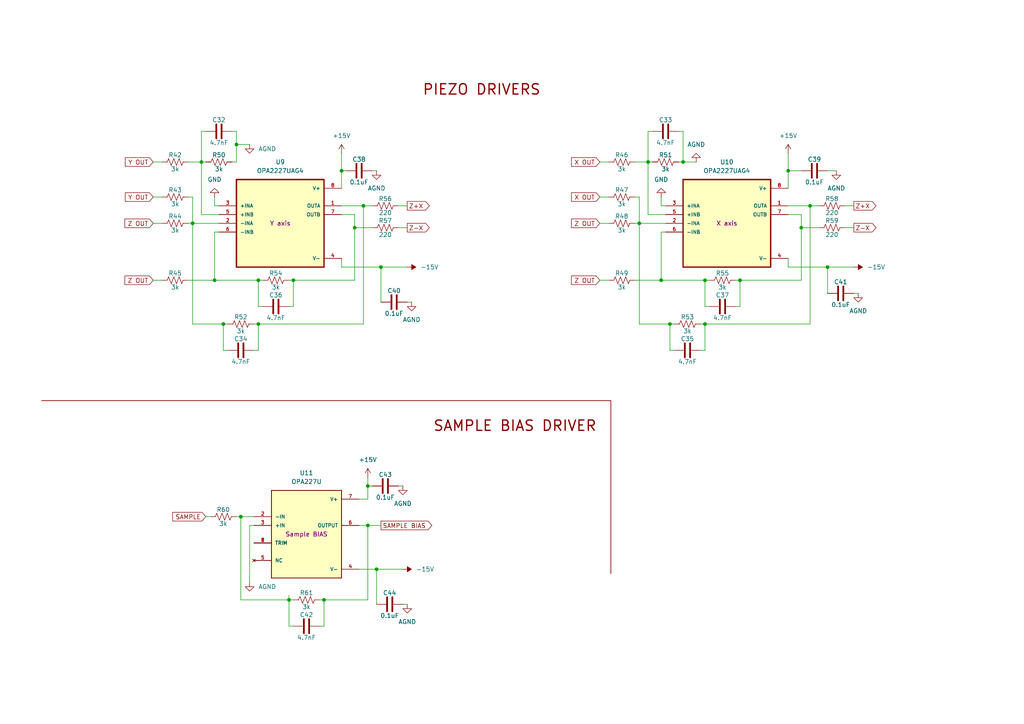
<source format=kicad_sch>
(kicad_sch
	(version 20250114)
	(generator "eeschema")
	(generator_version "9.0")
	(uuid "1a56d96c-f268-4732-8ea5-9595c4615b86")
	(paper "A4")
	(lib_symbols
		(symbol "Device:C"
			(pin_numbers
				(hide yes)
			)
			(pin_names
				(offset 0.254)
			)
			(exclude_from_sim no)
			(in_bom yes)
			(on_board yes)
			(property "Reference" "C"
				(at 0.635 2.54 0)
				(effects
					(font
						(size 1.27 1.27)
					)
					(justify left)
				)
			)
			(property "Value" "C"
				(at 0.635 -2.54 0)
				(effects
					(font
						(size 1.27 1.27)
					)
					(justify left)
				)
			)
			(property "Footprint" ""
				(at 0.9652 -3.81 0)
				(effects
					(font
						(size 1.27 1.27)
					)
					(hide yes)
				)
			)
			(property "Datasheet" "~"
				(at 0 0 0)
				(effects
					(font
						(size 1.27 1.27)
					)
					(hide yes)
				)
			)
			(property "Description" "Unpolarized capacitor"
				(at 0 0 0)
				(effects
					(font
						(size 1.27 1.27)
					)
					(hide yes)
				)
			)
			(property "ki_keywords" "cap capacitor"
				(at 0 0 0)
				(effects
					(font
						(size 1.27 1.27)
					)
					(hide yes)
				)
			)
			(property "ki_fp_filters" "C_*"
				(at 0 0 0)
				(effects
					(font
						(size 1.27 1.27)
					)
					(hide yes)
				)
			)
			(symbol "C_0_1"
				(polyline
					(pts
						(xy -2.032 0.762) (xy 2.032 0.762)
					)
					(stroke
						(width 0.508)
						(type default)
					)
					(fill
						(type none)
					)
				)
				(polyline
					(pts
						(xy -2.032 -0.762) (xy 2.032 -0.762)
					)
					(stroke
						(width 0.508)
						(type default)
					)
					(fill
						(type none)
					)
				)
			)
			(symbol "C_1_1"
				(pin passive line
					(at 0 3.81 270)
					(length 2.794)
					(name "~"
						(effects
							(font
								(size 1.27 1.27)
							)
						)
					)
					(number "1"
						(effects
							(font
								(size 1.27 1.27)
							)
						)
					)
				)
				(pin passive line
					(at 0 -3.81 90)
					(length 2.794)
					(name "~"
						(effects
							(font
								(size 1.27 1.27)
							)
						)
					)
					(number "2"
						(effects
							(font
								(size 1.27 1.27)
							)
						)
					)
				)
			)
			(embedded_fonts no)
		)
		(symbol "Device:R_US"
			(pin_numbers
				(hide yes)
			)
			(pin_names
				(offset 0)
			)
			(exclude_from_sim no)
			(in_bom yes)
			(on_board yes)
			(property "Reference" "R"
				(at 2.54 0 90)
				(effects
					(font
						(size 1.27 1.27)
					)
				)
			)
			(property "Value" "R_US"
				(at -2.54 0 90)
				(effects
					(font
						(size 1.27 1.27)
					)
				)
			)
			(property "Footprint" ""
				(at 1.016 -0.254 90)
				(effects
					(font
						(size 1.27 1.27)
					)
					(hide yes)
				)
			)
			(property "Datasheet" "~"
				(at 0 0 0)
				(effects
					(font
						(size 1.27 1.27)
					)
					(hide yes)
				)
			)
			(property "Description" "Resistor, US symbol"
				(at 0 0 0)
				(effects
					(font
						(size 1.27 1.27)
					)
					(hide yes)
				)
			)
			(property "ki_keywords" "R res resistor"
				(at 0 0 0)
				(effects
					(font
						(size 1.27 1.27)
					)
					(hide yes)
				)
			)
			(property "ki_fp_filters" "R_*"
				(at 0 0 0)
				(effects
					(font
						(size 1.27 1.27)
					)
					(hide yes)
				)
			)
			(symbol "R_US_0_1"
				(polyline
					(pts
						(xy 0 2.286) (xy 0 2.54)
					)
					(stroke
						(width 0)
						(type default)
					)
					(fill
						(type none)
					)
				)
				(polyline
					(pts
						(xy 0 2.286) (xy 1.016 1.905) (xy 0 1.524) (xy -1.016 1.143) (xy 0 0.762)
					)
					(stroke
						(width 0)
						(type default)
					)
					(fill
						(type none)
					)
				)
				(polyline
					(pts
						(xy 0 0.762) (xy 1.016 0.381) (xy 0 0) (xy -1.016 -0.381) (xy 0 -0.762)
					)
					(stroke
						(width 0)
						(type default)
					)
					(fill
						(type none)
					)
				)
				(polyline
					(pts
						(xy 0 -0.762) (xy 1.016 -1.143) (xy 0 -1.524) (xy -1.016 -1.905) (xy 0 -2.286)
					)
					(stroke
						(width 0)
						(type default)
					)
					(fill
						(type none)
					)
				)
				(polyline
					(pts
						(xy 0 -2.286) (xy 0 -2.54)
					)
					(stroke
						(width 0)
						(type default)
					)
					(fill
						(type none)
					)
				)
			)
			(symbol "R_US_1_1"
				(pin passive line
					(at 0 3.81 270)
					(length 1.27)
					(name "~"
						(effects
							(font
								(size 1.27 1.27)
							)
						)
					)
					(number "1"
						(effects
							(font
								(size 1.27 1.27)
							)
						)
					)
				)
				(pin passive line
					(at 0 -3.81 90)
					(length 1.27)
					(name "~"
						(effects
							(font
								(size 1.27 1.27)
							)
						)
					)
					(number "2"
						(effects
							(font
								(size 1.27 1.27)
							)
						)
					)
				)
			)
			(embedded_fonts no)
		)
		(symbol "OPA2227UAG4:OPA2227UAG4"
			(pin_names
				(offset 1.016)
			)
			(exclude_from_sim no)
			(in_bom yes)
			(on_board yes)
			(property "Reference" "U"
				(at -12.7 13.7 0)
				(effects
					(font
						(size 1.27 1.27)
					)
					(justify left bottom)
				)
			)
			(property "Value" "OPA2227UAG4"
				(at -12.7 -16.7 0)
				(effects
					(font
						(size 1.27 1.27)
					)
					(justify left bottom)
				)
			)
			(property "Footprint" "OPA2227UAG4:SOIC127P599X175-8N"
				(at 0 0 0)
				(effects
					(font
						(size 1.27 1.27)
					)
					(justify bottom)
					(hide yes)
				)
			)
			(property "Datasheet" ""
				(at 0 0 0)
				(effects
					(font
						(size 1.27 1.27)
					)
					(hide yes)
				)
			)
			(property "Description" ""
				(at 0 0 0)
				(effects
					(font
						(size 1.27 1.27)
					)
					(hide yes)
				)
			)
			(property "MF" "Texas Instruments"
				(at 0 0 0)
				(effects
					(font
						(size 1.27 1.27)
					)
					(justify bottom)
					(hide yes)
				)
			)
			(property "Description_1" "\n                        \n                            Dual high precision, low noise operational amplifiers 8-SOIC -40 to 85\n                        \n"
				(at 0 0 0)
				(effects
					(font
						(size 1.27 1.27)
					)
					(justify bottom)
					(hide yes)
				)
			)
			(property "Package" "SOIC-8 Texas Instruments"
				(at 0 0 0)
				(effects
					(font
						(size 1.27 1.27)
					)
					(justify bottom)
					(hide yes)
				)
			)
			(property "Price" "None"
				(at 0 0 0)
				(effects
					(font
						(size 1.27 1.27)
					)
					(justify bottom)
					(hide yes)
				)
			)
			(property "SnapEDA_Link" "https://www.snapeda.com/parts/OPA2227UAG4/Texas+Instruments/view-part/?ref=snap"
				(at 0 0 0)
				(effects
					(font
						(size 1.27 1.27)
					)
					(justify bottom)
					(hide yes)
				)
			)
			(property "MP" "OPA2227UAG4"
				(at 0 0 0)
				(effects
					(font
						(size 1.27 1.27)
					)
					(justify bottom)
					(hide yes)
				)
			)
			(property "Availability" "In Stock"
				(at 0 0 0)
				(effects
					(font
						(size 1.27 1.27)
					)
					(justify bottom)
					(hide yes)
				)
			)
			(property "Check_prices" "https://www.snapeda.com/parts/OPA2227UAG4/Texas+Instruments/view-part/?ref=eda"
				(at 0 0 0)
				(effects
					(font
						(size 1.27 1.27)
					)
					(justify bottom)
					(hide yes)
				)
			)
			(symbol "OPA2227UAG4_0_0"
				(rectangle
					(start -12.7 -12.7)
					(end 12.7 12.7)
					(stroke
						(width 0.41)
						(type default)
					)
					(fill
						(type background)
					)
				)
				(pin input line
					(at -17.78 5.08 0)
					(length 5.08)
					(name "+INA"
						(effects
							(font
								(size 1.016 1.016)
							)
						)
					)
					(number "3"
						(effects
							(font
								(size 1.016 1.016)
							)
						)
					)
				)
				(pin input line
					(at -17.78 2.54 0)
					(length 5.08)
					(name "+INB"
						(effects
							(font
								(size 1.016 1.016)
							)
						)
					)
					(number "5"
						(effects
							(font
								(size 1.016 1.016)
							)
						)
					)
				)
				(pin input line
					(at -17.78 0 0)
					(length 5.08)
					(name "-INA"
						(effects
							(font
								(size 1.016 1.016)
							)
						)
					)
					(number "2"
						(effects
							(font
								(size 1.016 1.016)
							)
						)
					)
				)
				(pin input line
					(at -17.78 -2.54 0)
					(length 5.08)
					(name "-INB"
						(effects
							(font
								(size 1.016 1.016)
							)
						)
					)
					(number "6"
						(effects
							(font
								(size 1.016 1.016)
							)
						)
					)
				)
				(pin power_in line
					(at 17.78 10.16 180)
					(length 5.08)
					(name "V+"
						(effects
							(font
								(size 1.016 1.016)
							)
						)
					)
					(number "8"
						(effects
							(font
								(size 1.016 1.016)
							)
						)
					)
				)
				(pin output line
					(at 17.78 5.08 180)
					(length 5.08)
					(name "OUTA"
						(effects
							(font
								(size 1.016 1.016)
							)
						)
					)
					(number "1"
						(effects
							(font
								(size 1.016 1.016)
							)
						)
					)
				)
				(pin output line
					(at 17.78 2.54 180)
					(length 5.08)
					(name "OUTB"
						(effects
							(font
								(size 1.016 1.016)
							)
						)
					)
					(number "7"
						(effects
							(font
								(size 1.016 1.016)
							)
						)
					)
				)
				(pin power_in line
					(at 17.78 -10.16 180)
					(length 5.08)
					(name "V-"
						(effects
							(font
								(size 1.016 1.016)
							)
						)
					)
					(number "4"
						(effects
							(font
								(size 1.016 1.016)
							)
						)
					)
				)
			)
			(embedded_fonts no)
		)
		(symbol "OPA227U:OPA227U"
			(pin_names
				(offset 1.016)
			)
			(exclude_from_sim no)
			(in_bom yes)
			(on_board yes)
			(property "Reference" "U"
				(at -10.16 13.335 0)
				(effects
					(font
						(size 1.27 1.27)
					)
					(justify left bottom)
				)
			)
			(property "Value" "OPA227U"
				(at -10.16 -15.24 0)
				(effects
					(font
						(size 1.27 1.27)
					)
					(justify left bottom)
				)
			)
			(property "Footprint" "OPA227U:SOIC127P599X175-8N"
				(at 0 0 0)
				(effects
					(font
						(size 1.27 1.27)
					)
					(justify bottom)
					(hide yes)
				)
			)
			(property "Datasheet" ""
				(at 0 0 0)
				(effects
					(font
						(size 1.27 1.27)
					)
					(hide yes)
				)
			)
			(property "Description" ""
				(at 0 0 0)
				(effects
					(font
						(size 1.27 1.27)
					)
					(hide yes)
				)
			)
			(property "MF" "Texas Instruments"
				(at 0 0 0)
				(effects
					(font
						(size 1.27 1.27)
					)
					(justify bottom)
					(hide yes)
				)
			)
			(property "MAXIMUM_PACKAGE_HEIGHT" "1.75 mm"
				(at 0 0 0)
				(effects
					(font
						(size 1.27 1.27)
					)
					(justify bottom)
					(hide yes)
				)
			)
			(property "Package" "SOIC-8 Texas Instruments"
				(at 0 0 0)
				(effects
					(font
						(size 1.27 1.27)
					)
					(justify bottom)
					(hide yes)
				)
			)
			(property "Price" "None"
				(at 0 0 0)
				(effects
					(font
						(size 1.27 1.27)
					)
					(justify bottom)
					(hide yes)
				)
			)
			(property "Check_prices" "https://www.snapeda.com/parts/OPA227U/Texas+Instruments/view-part/?ref=eda"
				(at 0 0 0)
				(effects
					(font
						(size 1.27 1.27)
					)
					(justify bottom)
					(hide yes)
				)
			)
			(property "STANDARD" "IPC 7351B"
				(at 0 0 0)
				(effects
					(font
						(size 1.27 1.27)
					)
					(justify bottom)
					(hide yes)
				)
			)
			(property "PARTREV" "B"
				(at 0 0 0)
				(effects
					(font
						(size 1.27 1.27)
					)
					(justify bottom)
					(hide yes)
				)
			)
			(property "SnapEDA_Link" "https://www.snapeda.com/parts/OPA227U/Texas+Instruments/view-part/?ref=snap"
				(at 0 0 0)
				(effects
					(font
						(size 1.27 1.27)
					)
					(justify bottom)
					(hide yes)
				)
			)
			(property "MP" "OPA227U"
				(at 0 0 0)
				(effects
					(font
						(size 1.27 1.27)
					)
					(justify bottom)
					(hide yes)
				)
			)
			(property "Description_1" "\n                        \n                            High Precision, Low Noise Operational Amplifiers\n                        \n"
				(at 0 0 0)
				(effects
					(font
						(size 1.27 1.27)
					)
					(justify bottom)
					(hide yes)
				)
			)
			(property "MANUFACTURER" "Texas Instruments"
				(at 0 0 0)
				(effects
					(font
						(size 1.27 1.27)
					)
					(justify bottom)
					(hide yes)
				)
			)
			(property "Availability" "In Stock"
				(at 0 0 0)
				(effects
					(font
						(size 1.27 1.27)
					)
					(justify bottom)
					(hide yes)
				)
			)
			(property "SNAPEDA_PN" "OPA227U"
				(at 0 0 0)
				(effects
					(font
						(size 1.27 1.27)
					)
					(justify bottom)
					(hide yes)
				)
			)
			(symbol "OPA227U_0_0"
				(rectangle
					(start -10.16 -12.7)
					(end 10.16 12.7)
					(stroke
						(width 0.254)
						(type default)
					)
					(fill
						(type background)
					)
				)
				(pin input line
					(at -15.24 5.08 0)
					(length 5.08)
					(name "-IN"
						(effects
							(font
								(size 1.016 1.016)
							)
						)
					)
					(number "2"
						(effects
							(font
								(size 1.016 1.016)
							)
						)
					)
				)
				(pin input line
					(at -15.24 2.54 0)
					(length 5.08)
					(name "+IN"
						(effects
							(font
								(size 1.016 1.016)
							)
						)
					)
					(number "3"
						(effects
							(font
								(size 1.016 1.016)
							)
						)
					)
				)
				(pin input line
					(at -15.24 -2.54 0)
					(length 5.08)
					(name "TRIM"
						(effects
							(font
								(size 1.016 1.016)
							)
						)
					)
					(number "1"
						(effects
							(font
								(size 1.016 1.016)
							)
						)
					)
				)
				(pin input line
					(at -15.24 -2.54 0)
					(length 5.08)
					(name "TRIM"
						(effects
							(font
								(size 1.016 1.016)
							)
						)
					)
					(number "8"
						(effects
							(font
								(size 1.016 1.016)
							)
						)
					)
				)
				(pin no_connect line
					(at -15.24 -7.62 0)
					(length 5.08)
					(name "NC"
						(effects
							(font
								(size 1.016 1.016)
							)
						)
					)
					(number "5"
						(effects
							(font
								(size 1.016 1.016)
							)
						)
					)
				)
				(pin power_in line
					(at 15.24 10.16 180)
					(length 5.08)
					(name "V+"
						(effects
							(font
								(size 1.016 1.016)
							)
						)
					)
					(number "7"
						(effects
							(font
								(size 1.016 1.016)
							)
						)
					)
				)
				(pin output line
					(at 15.24 2.54 180)
					(length 5.08)
					(name "OUTPUT"
						(effects
							(font
								(size 1.016 1.016)
							)
						)
					)
					(number "6"
						(effects
							(font
								(size 1.016 1.016)
							)
						)
					)
				)
				(pin power_in line
					(at 15.24 -10.16 180)
					(length 5.08)
					(name "V-"
						(effects
							(font
								(size 1.016 1.016)
							)
						)
					)
					(number "4"
						(effects
							(font
								(size 1.016 1.016)
							)
						)
					)
				)
			)
			(embedded_fonts no)
		)
		(symbol "power:+15V"
			(power)
			(pin_numbers
				(hide yes)
			)
			(pin_names
				(offset 0)
				(hide yes)
			)
			(exclude_from_sim no)
			(in_bom yes)
			(on_board yes)
			(property "Reference" "#PWR"
				(at 0 -3.81 0)
				(effects
					(font
						(size 1.27 1.27)
					)
					(hide yes)
				)
			)
			(property "Value" "+15V"
				(at 0 3.556 0)
				(effects
					(font
						(size 1.27 1.27)
					)
				)
			)
			(property "Footprint" ""
				(at 0 0 0)
				(effects
					(font
						(size 1.27 1.27)
					)
					(hide yes)
				)
			)
			(property "Datasheet" ""
				(at 0 0 0)
				(effects
					(font
						(size 1.27 1.27)
					)
					(hide yes)
				)
			)
			(property "Description" "Power symbol creates a global label with name \"+15V\""
				(at 0 0 0)
				(effects
					(font
						(size 1.27 1.27)
					)
					(hide yes)
				)
			)
			(property "ki_keywords" "global power"
				(at 0 0 0)
				(effects
					(font
						(size 1.27 1.27)
					)
					(hide yes)
				)
			)
			(symbol "+15V_0_1"
				(polyline
					(pts
						(xy -0.762 1.27) (xy 0 2.54)
					)
					(stroke
						(width 0)
						(type default)
					)
					(fill
						(type none)
					)
				)
				(polyline
					(pts
						(xy 0 2.54) (xy 0.762 1.27)
					)
					(stroke
						(width 0)
						(type default)
					)
					(fill
						(type none)
					)
				)
				(polyline
					(pts
						(xy 0 0) (xy 0 2.54)
					)
					(stroke
						(width 0)
						(type default)
					)
					(fill
						(type none)
					)
				)
			)
			(symbol "+15V_1_1"
				(pin power_in line
					(at 0 0 90)
					(length 0)
					(name "~"
						(effects
							(font
								(size 1.27 1.27)
							)
						)
					)
					(number "1"
						(effects
							(font
								(size 1.27 1.27)
							)
						)
					)
				)
			)
			(embedded_fonts no)
		)
		(symbol "power:-15V"
			(power)
			(pin_numbers
				(hide yes)
			)
			(pin_names
				(offset 0)
				(hide yes)
			)
			(exclude_from_sim no)
			(in_bom yes)
			(on_board yes)
			(property "Reference" "#PWR"
				(at 0 -3.81 0)
				(effects
					(font
						(size 1.27 1.27)
					)
					(hide yes)
				)
			)
			(property "Value" "-15V"
				(at 0 3.556 0)
				(effects
					(font
						(size 1.27 1.27)
					)
				)
			)
			(property "Footprint" ""
				(at 0 0 0)
				(effects
					(font
						(size 1.27 1.27)
					)
					(hide yes)
				)
			)
			(property "Datasheet" ""
				(at 0 0 0)
				(effects
					(font
						(size 1.27 1.27)
					)
					(hide yes)
				)
			)
			(property "Description" "Power symbol creates a global label with name \"-15V\""
				(at 0 0 0)
				(effects
					(font
						(size 1.27 1.27)
					)
					(hide yes)
				)
			)
			(property "ki_keywords" "global power"
				(at 0 0 0)
				(effects
					(font
						(size 1.27 1.27)
					)
					(hide yes)
				)
			)
			(symbol "-15V_0_0"
				(pin power_in line
					(at 0 0 90)
					(length 0)
					(name "~"
						(effects
							(font
								(size 1.27 1.27)
							)
						)
					)
					(number "1"
						(effects
							(font
								(size 1.27 1.27)
							)
						)
					)
				)
			)
			(symbol "-15V_0_1"
				(polyline
					(pts
						(xy 0 0) (xy 0 1.27) (xy 0.762 1.27) (xy 0 2.54) (xy -0.762 1.27) (xy 0 1.27)
					)
					(stroke
						(width 0)
						(type default)
					)
					(fill
						(type outline)
					)
				)
			)
			(embedded_fonts no)
		)
		(symbol "power:GND"
			(power)
			(pin_numbers
				(hide yes)
			)
			(pin_names
				(offset 0)
				(hide yes)
			)
			(exclude_from_sim no)
			(in_bom yes)
			(on_board yes)
			(property "Reference" "#PWR"
				(at 0 -6.35 0)
				(effects
					(font
						(size 1.27 1.27)
					)
					(hide yes)
				)
			)
			(property "Value" "GND"
				(at 0 -3.81 0)
				(effects
					(font
						(size 1.27 1.27)
					)
				)
			)
			(property "Footprint" ""
				(at 0 0 0)
				(effects
					(font
						(size 1.27 1.27)
					)
					(hide yes)
				)
			)
			(property "Datasheet" ""
				(at 0 0 0)
				(effects
					(font
						(size 1.27 1.27)
					)
					(hide yes)
				)
			)
			(property "Description" "Power symbol creates a global label with name \"GND\" , ground"
				(at 0 0 0)
				(effects
					(font
						(size 1.27 1.27)
					)
					(hide yes)
				)
			)
			(property "ki_keywords" "global power"
				(at 0 0 0)
				(effects
					(font
						(size 1.27 1.27)
					)
					(hide yes)
				)
			)
			(symbol "GND_0_1"
				(polyline
					(pts
						(xy 0 0) (xy 0 -1.27) (xy 1.27 -1.27) (xy 0 -2.54) (xy -1.27 -1.27) (xy 0 -1.27)
					)
					(stroke
						(width 0)
						(type default)
					)
					(fill
						(type none)
					)
				)
			)
			(symbol "GND_1_1"
				(pin power_in line
					(at 0 0 270)
					(length 0)
					(name "~"
						(effects
							(font
								(size 1.27 1.27)
							)
						)
					)
					(number "1"
						(effects
							(font
								(size 1.27 1.27)
							)
						)
					)
				)
			)
			(embedded_fonts no)
		)
		(symbol "power:GNDA"
			(power)
			(pin_numbers
				(hide yes)
			)
			(pin_names
				(offset 0)
				(hide yes)
			)
			(exclude_from_sim no)
			(in_bom yes)
			(on_board yes)
			(property "Reference" "#PWR"
				(at 0 -6.35 0)
				(effects
					(font
						(size 1.27 1.27)
					)
					(hide yes)
				)
			)
			(property "Value" "GNDA"
				(at 0 -3.81 0)
				(effects
					(font
						(size 1.27 1.27)
					)
				)
			)
			(property "Footprint" ""
				(at 0 0 0)
				(effects
					(font
						(size 1.27 1.27)
					)
					(hide yes)
				)
			)
			(property "Datasheet" ""
				(at 0 0 0)
				(effects
					(font
						(size 1.27 1.27)
					)
					(hide yes)
				)
			)
			(property "Description" "Power symbol creates a global label with name \"GNDA\" , analog ground"
				(at 0 0 0)
				(effects
					(font
						(size 1.27 1.27)
					)
					(hide yes)
				)
			)
			(property "ki_keywords" "global power"
				(at 0 0 0)
				(effects
					(font
						(size 1.27 1.27)
					)
					(hide yes)
				)
			)
			(symbol "GNDA_0_1"
				(polyline
					(pts
						(xy 0 0) (xy 0 -1.27) (xy 1.27 -1.27) (xy 0 -2.54) (xy -1.27 -1.27) (xy 0 -1.27)
					)
					(stroke
						(width 0)
						(type default)
					)
					(fill
						(type none)
					)
				)
			)
			(symbol "GNDA_1_1"
				(pin power_in line
					(at 0 0 270)
					(length 0)
					(name "~"
						(effects
							(font
								(size 1.27 1.27)
							)
						)
					)
					(number "1"
						(effects
							(font
								(size 1.27 1.27)
							)
						)
					)
				)
			)
			(embedded_fonts no)
		)
	)
	(text "SAMPLE BIAS DRIVER\n"
		(exclude_from_sim no)
		(at 149.352 123.698 0)
		(effects
			(font
				(size 3 3)
				(thickness 0.375)
				(color 132 0 0 1)
			)
		)
		(uuid "2fe5626b-0129-4a6b-b396-d58661f8e36e")
	)
	(text "PIEZO DRIVERS"
		(exclude_from_sim no)
		(at 139.7 26.162 0)
		(effects
			(font
				(size 3 3)
				(thickness 0.375)
				(color 132 0 0 1)
			)
		)
		(uuid "ac7ce4f8-e806-4562-9e8b-516f5ef03577")
	)
	(junction
		(at 240.03 77.47)
		(diameter 0)
		(color 0 0 0 0)
		(uuid "0cc72fc8-0dd8-4602-9e5e-303923e2feab")
	)
	(junction
		(at 55.88 64.77)
		(diameter 0)
		(color 0 0 0 0)
		(uuid "10702d1f-eb4e-4abc-8beb-c0f1dc00ac53")
	)
	(junction
		(at 62.23 81.28)
		(diameter 0)
		(color 0 0 0 0)
		(uuid "10fd1d84-2c48-4415-bef9-ab6dee14e770")
	)
	(junction
		(at 232.41 66.04)
		(diameter 0)
		(color 0 0 0 0)
		(uuid "1179c7cb-651a-48d9-b8a8-bfb2b425caee")
	)
	(junction
		(at 74.93 93.98)
		(diameter 0)
		(color 0 0 0 0)
		(uuid "167ee6dc-9afb-4f8e-951b-194ad8263f49")
	)
	(junction
		(at 204.47 81.28)
		(diameter 0)
		(color 0 0 0 0)
		(uuid "19eb3890-d520-45c0-89fd-e66d471950c9")
	)
	(junction
		(at 198.12 46.99)
		(diameter 0)
		(color 0 0 0 0)
		(uuid "1fe7676d-4ab8-4a5e-a628-ddcfb4daab0e")
	)
	(junction
		(at 83.82 173.99)
		(diameter 0)
		(color 0 0 0 0)
		(uuid "22da0a3f-c83f-429d-a045-6219b9a78ef5")
	)
	(junction
		(at 102.87 66.04)
		(diameter 0)
		(color 0 0 0 0)
		(uuid "232cdee9-58fc-440b-84dd-c341aab8cf17")
	)
	(junction
		(at 191.77 81.28)
		(diameter 0)
		(color 0 0 0 0)
		(uuid "2855322f-89b8-4671-8ad8-76bba85ae7d6")
	)
	(junction
		(at 109.22 165.1)
		(diameter 0)
		(color 0 0 0 0)
		(uuid "406e75bd-5aa2-4cda-98bb-1ba9eeb1dcc3")
	)
	(junction
		(at 204.47 93.98)
		(diameter 0)
		(color 0 0 0 0)
		(uuid "42bef407-f90f-4630-bfdf-987f0dfb2829")
	)
	(junction
		(at 68.58 41.91)
		(diameter 0)
		(color 0 0 0 0)
		(uuid "55fa8988-a103-463c-8b63-b216b6981e9e")
	)
	(junction
		(at 105.41 59.69)
		(diameter 0)
		(color 0 0 0 0)
		(uuid "5a927885-342b-48db-b3c5-acde826d3c7b")
	)
	(junction
		(at 74.93 81.28)
		(diameter 0)
		(color 0 0 0 0)
		(uuid "6005f591-5aa2-458f-8856-a4f864e4b0d2")
	)
	(junction
		(at 106.68 152.4)
		(diameter 0)
		(color 0 0 0 0)
		(uuid "60ea7880-605a-4f75-81ae-68ea47094023")
	)
	(junction
		(at 214.63 81.28)
		(diameter 0)
		(color 0 0 0 0)
		(uuid "745838b4-70ca-439b-9711-44b2e568e9a4")
	)
	(junction
		(at 85.09 81.28)
		(diameter 0)
		(color 0 0 0 0)
		(uuid "86ffca56-68c3-4b42-a832-9a1211d1ef07")
	)
	(junction
		(at 106.68 140.97)
		(diameter 0)
		(color 0 0 0 0)
		(uuid "8abc604f-d1c5-43e9-ae71-b898ab23e1a7")
	)
	(junction
		(at 228.6 49.53)
		(diameter 0)
		(color 0 0 0 0)
		(uuid "9b78d8b2-9999-47c2-8009-50396288d247")
	)
	(junction
		(at 99.06 49.53)
		(diameter 0)
		(color 0 0 0 0)
		(uuid "9db18dd2-2ebf-4f10-9af6-7f2e309b12c4")
	)
	(junction
		(at 58.42 46.99)
		(diameter 0)
		(color 0 0 0 0)
		(uuid "a3d737bc-8f79-4edf-84c3-f52d2b555227")
	)
	(junction
		(at 234.95 59.69)
		(diameter 0)
		(color 0 0 0 0)
		(uuid "a4bc0fff-b03c-4e38-968f-03d5185351db")
	)
	(junction
		(at 187.96 46.99)
		(diameter 0)
		(color 0 0 0 0)
		(uuid "b5723ec0-1633-44c4-99d7-b21cc9ece19e")
	)
	(junction
		(at 110.49 77.47)
		(diameter 0)
		(color 0 0 0 0)
		(uuid "bc2617b8-f11b-4979-a1e2-f363318bf75d")
	)
	(junction
		(at 185.42 64.77)
		(diameter 0)
		(color 0 0 0 0)
		(uuid "cd07f938-2d0f-48b0-bdd6-d35677fe454c")
	)
	(junction
		(at 93.98 173.99)
		(diameter 0)
		(color 0 0 0 0)
		(uuid "d0e216dd-f1dc-4402-953c-54b020fe337e")
	)
	(junction
		(at 64.77 93.98)
		(diameter 0)
		(color 0 0 0 0)
		(uuid "f0a7d7d4-9621-4e4e-b308-d2d48affd88f")
	)
	(junction
		(at 194.31 93.98)
		(diameter 0)
		(color 0 0 0 0)
		(uuid "f3b1f58c-06dd-436d-a988-2c4363a07a00")
	)
	(junction
		(at 69.85 149.86)
		(diameter 0)
		(color 0 0 0 0)
		(uuid "f58172e8-b45c-44dc-b5aa-069178693bf9")
	)
	(wire
		(pts
			(xy 83.82 173.99) (xy 85.09 173.99)
		)
		(stroke
			(width 0)
			(type default)
		)
		(uuid "030aceb0-1148-4b91-8ec5-d1844bdc4bcb")
	)
	(wire
		(pts
			(xy 85.09 81.28) (xy 83.82 81.28)
		)
		(stroke
			(width 0)
			(type default)
		)
		(uuid "03682868-8d77-40fd-9959-96b8e75bcdad")
	)
	(wire
		(pts
			(xy 105.41 59.69) (xy 99.06 59.69)
		)
		(stroke
			(width 0)
			(type default)
		)
		(uuid "05ecbe94-975a-4ea1-8f81-ff08418fecb1")
	)
	(wire
		(pts
			(xy 185.42 64.77) (xy 185.42 93.98)
		)
		(stroke
			(width 0)
			(type default)
		)
		(uuid "067c2811-a67e-408c-94ce-fe0df6978abb")
	)
	(wire
		(pts
			(xy 187.96 62.23) (xy 193.04 62.23)
		)
		(stroke
			(width 0)
			(type default)
		)
		(uuid "08b67fee-e718-4120-9a24-9d747b8ad8a6")
	)
	(wire
		(pts
			(xy 104.14 165.1) (xy 109.22 165.1)
		)
		(stroke
			(width 0)
			(type default)
		)
		(uuid "0a11f59e-fd42-4596-85fa-94a40f16319f")
	)
	(wire
		(pts
			(xy 228.6 62.23) (xy 232.41 62.23)
		)
		(stroke
			(width 0)
			(type default)
		)
		(uuid "0b9a4fe5-fec3-43e7-8fe2-9c8552b657eb")
	)
	(wire
		(pts
			(xy 240.03 77.47) (xy 240.03 85.09)
		)
		(stroke
			(width 0)
			(type default)
		)
		(uuid "0f8be43e-d335-48aa-91d3-870add2e2aa7")
	)
	(wire
		(pts
			(xy 176.53 81.28) (xy 173.99 81.28)
		)
		(stroke
			(width 0)
			(type default)
		)
		(uuid "0fd971cb-3474-4684-ae10-be87d6b7e7c6")
	)
	(wire
		(pts
			(xy 228.6 77.47) (xy 240.03 77.47)
		)
		(stroke
			(width 0)
			(type default)
		)
		(uuid "11b18716-50e6-413d-af29-f1063c09b374")
	)
	(wire
		(pts
			(xy 85.09 181.61) (xy 83.82 181.61)
		)
		(stroke
			(width 0)
			(type default)
		)
		(uuid "1560d126-beeb-4a78-93d4-77da0f61f08c")
	)
	(wire
		(pts
			(xy 72.39 152.4) (xy 73.66 152.4)
		)
		(stroke
			(width 0)
			(type default)
		)
		(uuid "1709cb19-f2cc-4169-9381-ea0c58eb0128")
	)
	(wire
		(pts
			(xy 191.77 59.69) (xy 193.04 59.69)
		)
		(stroke
			(width 0)
			(type default)
		)
		(uuid "1adb886f-9705-4249-8fd3-933049815fc0")
	)
	(wire
		(pts
			(xy 54.61 64.77) (xy 55.88 64.77)
		)
		(stroke
			(width 0)
			(type default)
		)
		(uuid "1e726d53-6e3a-4864-a553-42fff001c026")
	)
	(wire
		(pts
			(xy 232.41 66.04) (xy 232.41 81.28)
		)
		(stroke
			(width 0)
			(type default)
		)
		(uuid "1f1d2700-a513-4f16-b5ec-a7b9cb2376c4")
	)
	(wire
		(pts
			(xy 196.85 46.99) (xy 198.12 46.99)
		)
		(stroke
			(width 0)
			(type default)
		)
		(uuid "20e54b28-2832-4ea4-be58-3b92061db7f3")
	)
	(wire
		(pts
			(xy 234.95 59.69) (xy 234.95 93.98)
		)
		(stroke
			(width 0)
			(type default)
		)
		(uuid "20f59469-9d5c-4057-afd4-169482aca76b")
	)
	(wire
		(pts
			(xy 68.58 41.91) (xy 68.58 46.99)
		)
		(stroke
			(width 0)
			(type default)
		)
		(uuid "21e860eb-e2f2-4e44-b9d8-53cea2261e2e")
	)
	(wire
		(pts
			(xy 105.41 59.69) (xy 105.41 93.98)
		)
		(stroke
			(width 0)
			(type default)
		)
		(uuid "2395b15d-96c0-409d-98be-479fd9c43f5b")
	)
	(wire
		(pts
			(xy 85.09 88.9) (xy 85.09 81.28)
		)
		(stroke
			(width 0)
			(type default)
		)
		(uuid "26c7e322-bbaa-4173-bade-fa0ec5a8c381")
	)
	(wire
		(pts
			(xy 234.95 59.69) (xy 228.6 59.69)
		)
		(stroke
			(width 0)
			(type default)
		)
		(uuid "28b91a80-6c0b-4bb4-9e0f-bab293fd821f")
	)
	(wire
		(pts
			(xy 99.06 49.53) (xy 99.06 54.61)
		)
		(stroke
			(width 0)
			(type default)
		)
		(uuid "29f0a0f1-34c5-47b4-8c09-9e6af066f7e4")
	)
	(wire
		(pts
			(xy 93.98 173.99) (xy 106.68 173.99)
		)
		(stroke
			(width 0)
			(type default)
		)
		(uuid "2bfbf55b-2975-4277-95eb-150d6bc28746")
	)
	(wire
		(pts
			(xy 173.99 46.99) (xy 176.53 46.99)
		)
		(stroke
			(width 0)
			(type default)
		)
		(uuid "2c3407d3-5bfe-4fae-b317-91c87b4774b3")
	)
	(wire
		(pts
			(xy 110.49 77.47) (xy 110.49 87.63)
		)
		(stroke
			(width 0)
			(type default)
		)
		(uuid "2cb353b6-2a9e-472f-a595-4fffe3054417")
	)
	(wire
		(pts
			(xy 54.61 81.28) (xy 62.23 81.28)
		)
		(stroke
			(width 0)
			(type default)
		)
		(uuid "2da4d2e6-fb7f-4b66-8712-6e11316ff1bc")
	)
	(wire
		(pts
			(xy 68.58 41.91) (xy 72.39 41.91)
		)
		(stroke
			(width 0)
			(type default)
		)
		(uuid "2f9ffdf0-3d66-4751-bec2-4e20b2757596")
	)
	(wire
		(pts
			(xy 185.42 57.15) (xy 184.15 57.15)
		)
		(stroke
			(width 0)
			(type default)
		)
		(uuid "310d55c3-629e-4e5e-a169-05c73cbfc4eb")
	)
	(wire
		(pts
			(xy 58.42 38.1) (xy 58.42 46.99)
		)
		(stroke
			(width 0)
			(type default)
		)
		(uuid "31fabe29-9527-41ba-bd5b-14b351239095")
	)
	(wire
		(pts
			(xy 92.71 173.99) (xy 93.98 173.99)
		)
		(stroke
			(width 0)
			(type default)
		)
		(uuid "3286dcc7-bbef-4d50-a724-445846602a02")
	)
	(wire
		(pts
			(xy 99.06 77.47) (xy 110.49 77.47)
		)
		(stroke
			(width 0)
			(type default)
		)
		(uuid "346cd231-82b0-4415-8fb6-fcc8cfdb60cf")
	)
	(wire
		(pts
			(xy 184.15 46.99) (xy 187.96 46.99)
		)
		(stroke
			(width 0)
			(type default)
		)
		(uuid "357fe39f-47c2-4054-bdb6-a35dd3fa37ee")
	)
	(wire
		(pts
			(xy 64.77 101.6) (xy 64.77 93.98)
		)
		(stroke
			(width 0)
			(type default)
		)
		(uuid "380fd296-802f-4631-b667-5079b3481aa9")
	)
	(wire
		(pts
			(xy 68.58 149.86) (xy 69.85 149.86)
		)
		(stroke
			(width 0)
			(type default)
		)
		(uuid "39a60afa-ed55-4ae6-b0fd-55eb17f46c60")
	)
	(wire
		(pts
			(xy 46.99 64.77) (xy 44.45 64.77)
		)
		(stroke
			(width 0)
			(type default)
		)
		(uuid "3c6cfcd7-7e3b-4d9f-8025-1ee383636a7a")
	)
	(wire
		(pts
			(xy 62.23 67.31) (xy 63.5 67.31)
		)
		(stroke
			(width 0)
			(type default)
		)
		(uuid "3f1a302d-6937-4b9a-9ced-c0b996be346b")
	)
	(wire
		(pts
			(xy 228.6 77.47) (xy 228.6 74.93)
		)
		(stroke
			(width 0)
			(type default)
		)
		(uuid "3f8da902-cd6b-4cc5-a234-be3e6f2b96b8")
	)
	(wire
		(pts
			(xy 69.85 149.86) (xy 69.85 173.99)
		)
		(stroke
			(width 0)
			(type default)
		)
		(uuid "41ccd8bd-afb1-4e67-ac61-32b990ece34e")
	)
	(wire
		(pts
			(xy 110.49 77.47) (xy 118.11 77.47)
		)
		(stroke
			(width 0)
			(type default)
		)
		(uuid "4283a561-4399-46db-a84b-40f86bc81377")
	)
	(wire
		(pts
			(xy 176.53 57.15) (xy 173.99 57.15)
		)
		(stroke
			(width 0)
			(type default)
		)
		(uuid "44f240c0-6106-461e-bc7e-36daa7769fb5")
	)
	(wire
		(pts
			(xy 106.68 152.4) (xy 104.14 152.4)
		)
		(stroke
			(width 0)
			(type default)
		)
		(uuid "458db225-7af4-4a2e-a22e-4e854c612286")
	)
	(wire
		(pts
			(xy 107.95 49.53) (xy 109.22 49.53)
		)
		(stroke
			(width 0)
			(type default)
		)
		(uuid "45d40215-4a74-4bd3-a2b3-e6e25018ebe6")
	)
	(wire
		(pts
			(xy 46.99 81.28) (xy 44.45 81.28)
		)
		(stroke
			(width 0)
			(type default)
		)
		(uuid "472215af-9b63-4329-9a91-38c819eec1c2")
	)
	(wire
		(pts
			(xy 194.31 101.6) (xy 194.31 93.98)
		)
		(stroke
			(width 0)
			(type default)
		)
		(uuid "477ace0a-9b5f-4693-b2e3-8d60d4e14877")
	)
	(wire
		(pts
			(xy 232.41 49.53) (xy 228.6 49.53)
		)
		(stroke
			(width 0)
			(type default)
		)
		(uuid "478d4227-ae6b-4f01-b3c6-eb601c130cb1")
	)
	(wire
		(pts
			(xy 115.57 140.97) (xy 116.84 140.97)
		)
		(stroke
			(width 0)
			(type default)
		)
		(uuid "47bc43fe-806a-40a8-8818-a15159e0ed70")
	)
	(wire
		(pts
			(xy 240.03 77.47) (xy 247.65 77.47)
		)
		(stroke
			(width 0)
			(type default)
		)
		(uuid "49a000e6-3059-4f92-bb2e-bb3a32968fb0")
	)
	(wire
		(pts
			(xy 54.61 46.99) (xy 58.42 46.99)
		)
		(stroke
			(width 0)
			(type default)
		)
		(uuid "4b33ba36-5312-404a-9370-09adac7a6e91")
	)
	(wire
		(pts
			(xy 68.58 41.91) (xy 68.58 38.1)
		)
		(stroke
			(width 0)
			(type default)
		)
		(uuid "4c71572b-e05b-42b4-884c-96d90f61e5cf")
	)
	(wire
		(pts
			(xy 67.31 38.1) (xy 68.58 38.1)
		)
		(stroke
			(width 0)
			(type default)
		)
		(uuid "525a356c-06f1-4f2a-8ba1-0011bbfc0e5e")
	)
	(wire
		(pts
			(xy 204.47 93.98) (xy 203.2 93.98)
		)
		(stroke
			(width 0)
			(type default)
		)
		(uuid "5316153c-92b4-4e85-8ee8-9cc07b317602")
	)
	(wire
		(pts
			(xy 62.23 57.15) (xy 62.23 59.69)
		)
		(stroke
			(width 0)
			(type default)
		)
		(uuid "554e4ef4-adb8-44fe-b7b2-9dac88faf172")
	)
	(wire
		(pts
			(xy 245.11 59.69) (xy 247.65 59.69)
		)
		(stroke
			(width 0)
			(type default)
		)
		(uuid "57334790-ec99-414c-850b-cff1e6eb5319")
	)
	(wire
		(pts
			(xy 62.23 81.28) (xy 74.93 81.28)
		)
		(stroke
			(width 0)
			(type default)
		)
		(uuid "59e50849-0bf6-4504-906d-08e423ec42c8")
	)
	(wire
		(pts
			(xy 74.93 81.28) (xy 74.93 88.9)
		)
		(stroke
			(width 0)
			(type default)
		)
		(uuid "5c976de5-7d03-47e9-b540-e05c73905bd3")
	)
	(wire
		(pts
			(xy 106.68 152.4) (xy 110.49 152.4)
		)
		(stroke
			(width 0)
			(type default)
		)
		(uuid "5cca703d-1b0f-4570-b8b3-44ec28cb9bc0")
	)
	(wire
		(pts
			(xy 196.85 38.1) (xy 198.12 38.1)
		)
		(stroke
			(width 0)
			(type default)
		)
		(uuid "5e15e167-38ad-46a3-9c43-490dcebb6976")
	)
	(wire
		(pts
			(xy 55.88 57.15) (xy 54.61 57.15)
		)
		(stroke
			(width 0)
			(type default)
		)
		(uuid "5fae3e7c-3b6d-487e-8f7a-342a0d24d5a2")
	)
	(wire
		(pts
			(xy 228.6 44.45) (xy 228.6 49.53)
		)
		(stroke
			(width 0)
			(type default)
		)
		(uuid "5fbd09b7-227a-4b8c-8693-199ab0dd7b11")
	)
	(wire
		(pts
			(xy 66.04 101.6) (xy 64.77 101.6)
		)
		(stroke
			(width 0)
			(type default)
		)
		(uuid "617d70c0-9e9a-4c1a-b14d-e6b11256a421")
	)
	(polyline
		(pts
			(xy 12.065 116.205) (xy 177.165 116.205)
		)
		(stroke
			(width 0.2)
			(type solid)
			(color 132 0 0 1)
		)
		(uuid "667930dc-9c32-4a4f-a9dd-57b39e14feab")
	)
	(wire
		(pts
			(xy 203.2 101.6) (xy 204.47 101.6)
		)
		(stroke
			(width 0)
			(type default)
		)
		(uuid "672e3ae6-a370-4f33-ad8f-84da44ffece1")
	)
	(wire
		(pts
			(xy 184.15 64.77) (xy 185.42 64.77)
		)
		(stroke
			(width 0)
			(type default)
		)
		(uuid "6bda0cac-ca93-4f41-8f17-93a08a095a40")
	)
	(wire
		(pts
			(xy 184.15 81.28) (xy 191.77 81.28)
		)
		(stroke
			(width 0)
			(type default)
		)
		(uuid "6cfdfded-4eeb-4ee6-9794-8c81e38ec3f3")
	)
	(wire
		(pts
			(xy 92.71 181.61) (xy 93.98 181.61)
		)
		(stroke
			(width 0)
			(type default)
		)
		(uuid "6f69fcda-bee8-4c63-8c5e-1f6104101aef")
	)
	(wire
		(pts
			(xy 109.22 165.1) (xy 109.22 175.26)
		)
		(stroke
			(width 0)
			(type default)
		)
		(uuid "735365ff-3a26-4a02-82b7-6a4bdc695ed8")
	)
	(wire
		(pts
			(xy 102.87 66.04) (xy 102.87 81.28)
		)
		(stroke
			(width 0)
			(type default)
		)
		(uuid "73fc7081-1cfa-4728-a665-299d92a9f405")
	)
	(wire
		(pts
			(xy 247.65 85.09) (xy 248.92 85.09)
		)
		(stroke
			(width 0)
			(type default)
		)
		(uuid "7498d269-7263-4860-bf6f-3cd081705848")
	)
	(wire
		(pts
			(xy 198.12 38.1) (xy 198.12 46.99)
		)
		(stroke
			(width 0)
			(type default)
		)
		(uuid "7aa8ce56-f859-405c-a428-86be392b2d89")
	)
	(polyline
		(pts
			(xy 177.165 116.205) (xy 177.165 166.37)
		)
		(stroke
			(width 0.2)
			(type solid)
			(color 132 0 0 1)
		)
		(uuid "7c5b4b51-5550-4a85-b349-a2ff7c46a9c7")
	)
	(wire
		(pts
			(xy 228.6 49.53) (xy 228.6 54.61)
		)
		(stroke
			(width 0)
			(type default)
		)
		(uuid "7f7ac4b6-fe8d-4c5d-a738-865eb2b5ff5d")
	)
	(wire
		(pts
			(xy 204.47 88.9) (xy 205.74 88.9)
		)
		(stroke
			(width 0)
			(type default)
		)
		(uuid "803376a0-9bf1-4f4a-b98a-c5c098c8e59e")
	)
	(wire
		(pts
			(xy 204.47 93.98) (xy 234.95 93.98)
		)
		(stroke
			(width 0)
			(type default)
		)
		(uuid "825e5c42-588b-40b9-8bb5-1e9d1a37191a")
	)
	(wire
		(pts
			(xy 72.39 168.91) (xy 72.39 152.4)
		)
		(stroke
			(width 0)
			(type default)
		)
		(uuid "83fbcd5d-0ed9-4b33-b81c-1f450988731b")
	)
	(wire
		(pts
			(xy 115.57 66.04) (xy 118.11 66.04)
		)
		(stroke
			(width 0)
			(type default)
		)
		(uuid "89492f22-cb74-4dad-805b-582acc473040")
	)
	(wire
		(pts
			(xy 74.93 101.6) (xy 74.93 93.98)
		)
		(stroke
			(width 0)
			(type default)
		)
		(uuid "898e6c38-1c9d-4e0c-86d4-e0e999a9ecdd")
	)
	(wire
		(pts
			(xy 105.41 59.69) (xy 107.95 59.69)
		)
		(stroke
			(width 0)
			(type default)
		)
		(uuid "925778c9-707e-4719-a322-004248ed8d2d")
	)
	(wire
		(pts
			(xy 195.58 101.6) (xy 194.31 101.6)
		)
		(stroke
			(width 0)
			(type default)
		)
		(uuid "928a622d-73b8-4f78-9dc4-6c6288098905")
	)
	(wire
		(pts
			(xy 204.47 101.6) (xy 204.47 93.98)
		)
		(stroke
			(width 0)
			(type default)
		)
		(uuid "94edd01f-e026-4461-bf49-ba8d00613ee2")
	)
	(wire
		(pts
			(xy 83.82 173.99) (xy 83.82 172.72)
		)
		(stroke
			(width 0)
			(type default)
		)
		(uuid "95c468a1-8dfa-4784-9db6-56c04076f503")
	)
	(wire
		(pts
			(xy 185.42 93.98) (xy 194.31 93.98)
		)
		(stroke
			(width 0)
			(type default)
		)
		(uuid "96eabd48-51eb-4f7e-9d07-520d68b00f34")
	)
	(wire
		(pts
			(xy 214.63 81.28) (xy 232.41 81.28)
		)
		(stroke
			(width 0)
			(type default)
		)
		(uuid "9aa1f4b9-ba3c-431a-b074-c2745494eaf4")
	)
	(wire
		(pts
			(xy 83.82 88.9) (xy 85.09 88.9)
		)
		(stroke
			(width 0)
			(type default)
		)
		(uuid "9d5b2cfe-7b5a-4877-91d1-4fccd697fb94")
	)
	(wire
		(pts
			(xy 100.33 49.53) (xy 99.06 49.53)
		)
		(stroke
			(width 0)
			(type default)
		)
		(uuid "9e7699cb-0818-4d6e-a9a3-fa5b2ed939d9")
	)
	(wire
		(pts
			(xy 74.93 93.98) (xy 105.41 93.98)
		)
		(stroke
			(width 0)
			(type default)
		)
		(uuid "a016652b-8834-4608-9404-94a3444b8034")
	)
	(wire
		(pts
			(xy 106.68 140.97) (xy 107.95 140.97)
		)
		(stroke
			(width 0)
			(type default)
		)
		(uuid "a06fd2f9-f1ef-4d97-9d3e-d9f62e3c4d78")
	)
	(wire
		(pts
			(xy 234.95 59.69) (xy 237.49 59.69)
		)
		(stroke
			(width 0)
			(type default)
		)
		(uuid "a34c7642-9aa8-4f2d-8ad9-7d7f9f856d59")
	)
	(wire
		(pts
			(xy 176.53 64.77) (xy 173.99 64.77)
		)
		(stroke
			(width 0)
			(type default)
		)
		(uuid "a43c29a5-79ea-46d6-a932-7d0cd23752d5")
	)
	(wire
		(pts
			(xy 189.23 46.99) (xy 187.96 46.99)
		)
		(stroke
			(width 0)
			(type default)
		)
		(uuid "a532a3e3-beed-484b-b24d-016b85aae624")
	)
	(wire
		(pts
			(xy 191.77 67.31) (xy 193.04 67.31)
		)
		(stroke
			(width 0)
			(type default)
		)
		(uuid "a65094f9-88ae-44e5-ad62-35276f073a99")
	)
	(wire
		(pts
			(xy 46.99 57.15) (xy 44.45 57.15)
		)
		(stroke
			(width 0)
			(type default)
		)
		(uuid "a74c5526-58c0-48e2-949e-6b133d7bad42")
	)
	(wire
		(pts
			(xy 245.11 66.04) (xy 247.65 66.04)
		)
		(stroke
			(width 0)
			(type default)
		)
		(uuid "ac47b72b-ea68-4d72-bc1b-9ba92f40791c")
	)
	(wire
		(pts
			(xy 194.31 93.98) (xy 195.58 93.98)
		)
		(stroke
			(width 0)
			(type default)
		)
		(uuid "ac8037f3-c509-43c3-9af6-2521f3f43645")
	)
	(wire
		(pts
			(xy 59.69 38.1) (xy 58.42 38.1)
		)
		(stroke
			(width 0)
			(type default)
		)
		(uuid "adebe15e-a493-49ed-b42e-5ba7522147fd")
	)
	(wire
		(pts
			(xy 93.98 181.61) (xy 93.98 173.99)
		)
		(stroke
			(width 0)
			(type default)
		)
		(uuid "ae1cdbd3-9f27-469d-b468-519de4492bbc")
	)
	(wire
		(pts
			(xy 83.82 181.61) (xy 83.82 173.99)
		)
		(stroke
			(width 0)
			(type default)
		)
		(uuid "ae8dccf8-01f6-480e-9cd1-f642b0817f67")
	)
	(wire
		(pts
			(xy 55.88 57.15) (xy 55.88 64.77)
		)
		(stroke
			(width 0)
			(type default)
		)
		(uuid "af69172d-0bd4-4288-b52e-378167435c46")
	)
	(wire
		(pts
			(xy 74.93 93.98) (xy 73.66 93.98)
		)
		(stroke
			(width 0)
			(type default)
		)
		(uuid "b14c2db5-979d-4062-bf3e-8005f1b72025")
	)
	(wire
		(pts
			(xy 85.09 81.28) (xy 102.87 81.28)
		)
		(stroke
			(width 0)
			(type default)
		)
		(uuid "b1a430f1-33e6-4647-ad15-af15cb1e53a3")
	)
	(wire
		(pts
			(xy 58.42 46.99) (xy 59.69 46.99)
		)
		(stroke
			(width 0)
			(type default)
		)
		(uuid "b233a84e-5992-4066-a293-9f226d04468c")
	)
	(wire
		(pts
			(xy 109.22 165.1) (xy 116.84 165.1)
		)
		(stroke
			(width 0)
			(type default)
		)
		(uuid "b24ad1c7-55d5-4ae9-b137-9667ecffc1f7")
	)
	(wire
		(pts
			(xy 104.14 144.78) (xy 106.68 144.78)
		)
		(stroke
			(width 0)
			(type default)
		)
		(uuid "b4e77830-6143-4a4f-a9c7-0b71e361f2b5")
	)
	(wire
		(pts
			(xy 191.77 67.31) (xy 191.77 81.28)
		)
		(stroke
			(width 0)
			(type default)
		)
		(uuid "b9523c00-eaad-4471-b170-7c15ecc690a8")
	)
	(wire
		(pts
			(xy 191.77 57.15) (xy 191.77 59.69)
		)
		(stroke
			(width 0)
			(type default)
		)
		(uuid "ba4d6057-447a-4b60-8ab8-85649076043d")
	)
	(wire
		(pts
			(xy 116.84 175.26) (xy 118.11 175.26)
		)
		(stroke
			(width 0)
			(type default)
		)
		(uuid "bb15b87b-324c-470a-b984-7bfaace475f6")
	)
	(wire
		(pts
			(xy 58.42 46.99) (xy 58.42 62.23)
		)
		(stroke
			(width 0)
			(type default)
		)
		(uuid "bcdeec44-0302-4456-84e9-23efd40dfebe")
	)
	(wire
		(pts
			(xy 55.88 93.98) (xy 64.77 93.98)
		)
		(stroke
			(width 0)
			(type default)
		)
		(uuid "bd682253-9d63-473a-acba-ecee428a28db")
	)
	(wire
		(pts
			(xy 106.68 173.99) (xy 106.68 152.4)
		)
		(stroke
			(width 0)
			(type default)
		)
		(uuid "bd9be60c-aad4-442a-9286-fa42d0c45a9d")
	)
	(wire
		(pts
			(xy 214.63 81.28) (xy 213.36 81.28)
		)
		(stroke
			(width 0)
			(type default)
		)
		(uuid "c177d1e0-a4ac-4302-8d7f-a279e689f2da")
	)
	(wire
		(pts
			(xy 187.96 46.99) (xy 187.96 62.23)
		)
		(stroke
			(width 0)
			(type default)
		)
		(uuid "c3cd4cf4-3bca-446c-ace1-20e7f249dbe9")
	)
	(wire
		(pts
			(xy 44.45 46.99) (xy 46.99 46.99)
		)
		(stroke
			(width 0)
			(type default)
		)
		(uuid "c43d940e-f50f-46e4-873f-5dd6b58c2069")
	)
	(wire
		(pts
			(xy 185.42 64.77) (xy 193.04 64.77)
		)
		(stroke
			(width 0)
			(type default)
		)
		(uuid "c43eae68-3a84-43a5-aab9-3d52aba3eab4")
	)
	(wire
		(pts
			(xy 240.03 49.53) (xy 242.57 49.53)
		)
		(stroke
			(width 0)
			(type default)
		)
		(uuid "c9281349-a835-4521-b9ab-354082fd96a9")
	)
	(wire
		(pts
			(xy 204.47 81.28) (xy 204.47 88.9)
		)
		(stroke
			(width 0)
			(type default)
		)
		(uuid "c9aa8f3e-3e2d-4c2c-a025-f8ee465f2a3a")
	)
	(wire
		(pts
			(xy 99.06 62.23) (xy 102.87 62.23)
		)
		(stroke
			(width 0)
			(type default)
		)
		(uuid "caa218fb-8f0f-4c01-a9bb-e2fb7077e64f")
	)
	(wire
		(pts
			(xy 118.11 87.63) (xy 119.38 87.63)
		)
		(stroke
			(width 0)
			(type default)
		)
		(uuid "cb77cec1-d1cf-4757-86a4-c09b58436cae")
	)
	(wire
		(pts
			(xy 73.66 101.6) (xy 74.93 101.6)
		)
		(stroke
			(width 0)
			(type default)
		)
		(uuid "cb798c70-605b-4aee-bd3b-6566501f307d")
	)
	(wire
		(pts
			(xy 62.23 67.31) (xy 62.23 81.28)
		)
		(stroke
			(width 0)
			(type default)
		)
		(uuid "cc7b3ae3-57cf-4106-9e18-a8fed3ace894")
	)
	(wire
		(pts
			(xy 187.96 38.1) (xy 187.96 46.99)
		)
		(stroke
			(width 0)
			(type default)
		)
		(uuid "cd7a12d5-f5f6-45d0-92c6-45a2931c0310")
	)
	(wire
		(pts
			(xy 232.41 66.04) (xy 232.41 62.23)
		)
		(stroke
			(width 0)
			(type default)
		)
		(uuid "cedfb535-b1d7-44b2-a6cf-33da963995a7")
	)
	(wire
		(pts
			(xy 106.68 140.97) (xy 106.68 144.78)
		)
		(stroke
			(width 0)
			(type default)
		)
		(uuid "d07e092b-5654-4eee-8414-d00bf3d286f2")
	)
	(wire
		(pts
			(xy 115.57 59.69) (xy 118.11 59.69)
		)
		(stroke
			(width 0)
			(type default)
		)
		(uuid "d09bfe1f-e437-4053-8819-90f0509158aa")
	)
	(wire
		(pts
			(xy 62.23 59.69) (xy 63.5 59.69)
		)
		(stroke
			(width 0)
			(type default)
		)
		(uuid "d3d2392a-403c-48e6-8af1-6fbe313875ec")
	)
	(wire
		(pts
			(xy 76.2 81.28) (xy 74.93 81.28)
		)
		(stroke
			(width 0)
			(type default)
		)
		(uuid "d408d999-d0ad-4886-8b9d-1c59fbdf6c27")
	)
	(wire
		(pts
			(xy 99.06 44.45) (xy 99.06 49.53)
		)
		(stroke
			(width 0)
			(type default)
		)
		(uuid "d6a9a671-f68e-477d-9a20-a19994547b0b")
	)
	(wire
		(pts
			(xy 74.93 88.9) (xy 76.2 88.9)
		)
		(stroke
			(width 0)
			(type default)
		)
		(uuid "da540919-2822-4c61-a1bc-ff108e5e89d8")
	)
	(wire
		(pts
			(xy 102.87 66.04) (xy 102.87 62.23)
		)
		(stroke
			(width 0)
			(type default)
		)
		(uuid "dab37a7e-a000-4e6b-9c16-1f8700175420")
	)
	(wire
		(pts
			(xy 191.77 81.28) (xy 204.47 81.28)
		)
		(stroke
			(width 0)
			(type default)
		)
		(uuid "dd8b6d6e-0be0-4127-9b87-53b360f8900b")
	)
	(wire
		(pts
			(xy 189.23 38.1) (xy 187.96 38.1)
		)
		(stroke
			(width 0)
			(type default)
		)
		(uuid "de4454a4-73d8-41b9-8785-db55f8b33138")
	)
	(wire
		(pts
			(xy 67.31 46.99) (xy 68.58 46.99)
		)
		(stroke
			(width 0)
			(type default)
		)
		(uuid "de8c821f-efb5-482f-ad3a-43cf510e06af")
	)
	(wire
		(pts
			(xy 99.06 77.47) (xy 99.06 74.93)
		)
		(stroke
			(width 0)
			(type default)
		)
		(uuid "deb1b1f8-7c6a-419a-8d2d-7fc29df598d9")
	)
	(wire
		(pts
			(xy 185.42 57.15) (xy 185.42 64.77)
		)
		(stroke
			(width 0)
			(type default)
		)
		(uuid "e6242075-05e2-4722-a86f-71286e4538d8")
	)
	(wire
		(pts
			(xy 214.63 88.9) (xy 214.63 81.28)
		)
		(stroke
			(width 0)
			(type default)
		)
		(uuid "eb06af5e-e8b7-43cf-a992-f6a5c4a3a3db")
	)
	(wire
		(pts
			(xy 58.42 62.23) (xy 63.5 62.23)
		)
		(stroke
			(width 0)
			(type default)
		)
		(uuid "eb17ef7c-ab42-42f7-bc51-f28eee8733a4")
	)
	(wire
		(pts
			(xy 64.77 93.98) (xy 66.04 93.98)
		)
		(stroke
			(width 0)
			(type default)
		)
		(uuid "eede5819-56ab-4112-9389-a99ccca318c5")
	)
	(wire
		(pts
			(xy 106.68 138.43) (xy 106.68 140.97)
		)
		(stroke
			(width 0)
			(type default)
		)
		(uuid "ef4d3a26-7bf8-4983-b04a-9416c7b75f8c")
	)
	(wire
		(pts
			(xy 232.41 66.04) (xy 237.49 66.04)
		)
		(stroke
			(width 0)
			(type default)
		)
		(uuid "f2699fa9-537c-47f0-9be3-a5f2f51912f6")
	)
	(wire
		(pts
			(xy 59.69 149.86) (xy 60.96 149.86)
		)
		(stroke
			(width 0)
			(type default)
		)
		(uuid "f2f6a27d-b95f-489e-9e7e-4f6f8874420e")
	)
	(wire
		(pts
			(xy 102.87 66.04) (xy 107.95 66.04)
		)
		(stroke
			(width 0)
			(type default)
		)
		(uuid "f30a411d-6ee7-4646-8d01-f7a928f73ac6")
	)
	(wire
		(pts
			(xy 213.36 88.9) (xy 214.63 88.9)
		)
		(stroke
			(width 0)
			(type default)
		)
		(uuid "f7e0c7fc-673e-42b3-ab61-274c003ea15f")
	)
	(wire
		(pts
			(xy 205.74 81.28) (xy 204.47 81.28)
		)
		(stroke
			(width 0)
			(type default)
		)
		(uuid "f9b69dc7-898f-40a1-adf4-8c670376d727")
	)
	(wire
		(pts
			(xy 55.88 64.77) (xy 63.5 64.77)
		)
		(stroke
			(width 0)
			(type default)
		)
		(uuid "fb345e1d-9207-495f-baf0-b3e5bfe419e0")
	)
	(wire
		(pts
			(xy 69.85 149.86) (xy 73.66 149.86)
		)
		(stroke
			(width 0)
			(type default)
		)
		(uuid "fca282c4-b423-4a40-bd09-f1778cd23b27")
	)
	(wire
		(pts
			(xy 69.85 173.99) (xy 83.82 173.99)
		)
		(stroke
			(width 0)
			(type default)
		)
		(uuid "fcf15e8f-9e1e-4a02-afc3-5a96fba657df")
	)
	(wire
		(pts
			(xy 55.88 64.77) (xy 55.88 93.98)
		)
		(stroke
			(width 0)
			(type default)
		)
		(uuid "fdceebeb-2f9d-4eb6-9acf-81ac00309b4a")
	)
	(wire
		(pts
			(xy 198.12 46.99) (xy 201.93 46.99)
		)
		(stroke
			(width 0)
			(type default)
		)
		(uuid "ffbe83f2-0cb6-4ff7-bc6a-526d1f68caec")
	)
	(global_label "SAMPLE BIAS"
		(shape output)
		(at 110.49 152.4 0)
		(fields_autoplaced yes)
		(effects
			(font
				(size 1.27 1.27)
			)
			(justify left)
		)
		(uuid "14bc2dac-e0fa-4fd1-8d29-4e96f30d7e5c")
		(property "Intersheetrefs" "${INTERSHEET_REFS}"
			(at 125.8123 152.4 0)
			(effects
				(font
					(size 1.27 1.27)
				)
				(justify left)
				(hide yes)
			)
		)
	)
	(global_label "X OUT"
		(shape input)
		(at 173.99 46.99 180)
		(fields_autoplaced yes)
		(effects
			(font
				(size 1.27 1.27)
			)
			(justify right)
		)
		(uuid "1d54245e-27c5-4713-b44a-2e39765979bd")
		(property "Intersheetrefs" "${INTERSHEET_REFS}"
			(at 165.1991 46.99 0)
			(effects
				(font
					(size 1.27 1.27)
				)
				(justify right)
				(hide yes)
			)
		)
	)
	(global_label "Z OUT"
		(shape input)
		(at 173.99 64.77 180)
		(fields_autoplaced yes)
		(effects
			(font
				(size 1.27 1.27)
			)
			(justify right)
		)
		(uuid "2f419538-3ff1-4549-a62e-228850279976")
		(property "Intersheetrefs" "${INTERSHEET_REFS}"
			(at 165.1991 64.77 0)
			(effects
				(font
					(size 1.27 1.27)
				)
				(justify right)
				(hide yes)
			)
		)
	)
	(global_label "X OUT"
		(shape input)
		(at 173.99 57.15 180)
		(fields_autoplaced yes)
		(effects
			(font
				(size 1.27 1.27)
			)
			(justify right)
		)
		(uuid "34a56595-679c-44aa-8b43-1c608dc50f41")
		(property "Intersheetrefs" "${INTERSHEET_REFS}"
			(at 165.1991 57.15 0)
			(effects
				(font
					(size 1.27 1.27)
				)
				(justify right)
				(hide yes)
			)
		)
	)
	(global_label "Z OUT"
		(shape input)
		(at 44.45 81.28 180)
		(fields_autoplaced yes)
		(effects
			(font
				(size 1.27 1.27)
			)
			(justify right)
		)
		(uuid "436c2ead-cabb-4de8-abc8-9462c9b610a6")
		(property "Intersheetrefs" "${INTERSHEET_REFS}"
			(at 35.6591 81.28 0)
			(effects
				(font
					(size 1.27 1.27)
				)
				(justify right)
				(hide yes)
			)
		)
	)
	(global_label "Z-X"
		(shape output)
		(at 118.11 66.04 0)
		(fields_autoplaced yes)
		(effects
			(font
				(size 1.27 1.27)
			)
			(justify left)
		)
		(uuid "873760b7-eb84-4130-9e62-066648fd121f")
		(property "Intersheetrefs" "${INTERSHEET_REFS}"
			(at 125.0866 66.04 0)
			(effects
				(font
					(size 1.27 1.27)
				)
				(justify left)
				(hide yes)
			)
		)
	)
	(global_label "Y OUT"
		(shape input)
		(at 44.45 46.99 180)
		(fields_autoplaced yes)
		(effects
			(font
				(size 1.27 1.27)
			)
			(justify right)
		)
		(uuid "8dcb4fe9-38db-421a-9235-c390b049008a")
		(property "Intersheetrefs" "${INTERSHEET_REFS}"
			(at 35.78 46.99 0)
			(effects
				(font
					(size 1.27 1.27)
				)
				(justify right)
				(hide yes)
			)
		)
	)
	(global_label "SAMPLE"
		(shape input)
		(at 59.69 149.86 180)
		(fields_autoplaced yes)
		(effects
			(font
				(size 1.27 1.27)
			)
			(justify right)
		)
		(uuid "98699e40-3a94-4ac0-9e52-6afd8b318298")
		(property "Intersheetrefs" "${INTERSHEET_REFS}"
			(at 49.5082 149.86 0)
			(effects
				(font
					(size 1.27 1.27)
				)
				(justify right)
				(hide yes)
			)
		)
	)
	(global_label "Y OUT"
		(shape input)
		(at 44.45 57.15 180)
		(fields_autoplaced yes)
		(effects
			(font
				(size 1.27 1.27)
			)
			(justify right)
		)
		(uuid "99d1ab23-8059-48f3-9b81-40697660d552")
		(property "Intersheetrefs" "${INTERSHEET_REFS}"
			(at 35.78 57.15 0)
			(effects
				(font
					(size 1.27 1.27)
				)
				(justify right)
				(hide yes)
			)
		)
	)
	(global_label "Z OUT"
		(shape input)
		(at 44.45 64.77 180)
		(fields_autoplaced yes)
		(effects
			(font
				(size 1.27 1.27)
			)
			(justify right)
		)
		(uuid "9d46608e-ae54-41d1-aa40-790211608e65")
		(property "Intersheetrefs" "${INTERSHEET_REFS}"
			(at 35.6591 64.77 0)
			(effects
				(font
					(size 1.27 1.27)
				)
				(justify right)
				(hide yes)
			)
		)
	)
	(global_label "Z+X"
		(shape output)
		(at 247.65 59.69 0)
		(fields_autoplaced yes)
		(effects
			(font
				(size 1.27 1.27)
			)
			(justify left)
		)
		(uuid "b4ac1485-444c-4743-bfa8-5633a8babea6")
		(property "Intersheetrefs" "${INTERSHEET_REFS}"
			(at 254.6266 59.69 0)
			(effects
				(font
					(size 1.27 1.27)
				)
				(justify left)
				(hide yes)
			)
		)
	)
	(global_label "Z OUT"
		(shape input)
		(at 173.99 81.28 180)
		(fields_autoplaced yes)
		(effects
			(font
				(size 1.27 1.27)
			)
			(justify right)
		)
		(uuid "e8ddd2cb-732d-4501-82ad-6eb91bc39dbf")
		(property "Intersheetrefs" "${INTERSHEET_REFS}"
			(at 165.1991 81.28 0)
			(effects
				(font
					(size 1.27 1.27)
				)
				(justify right)
				(hide yes)
			)
		)
	)
	(global_label "Z-X"
		(shape output)
		(at 247.65 66.04 0)
		(fields_autoplaced yes)
		(effects
			(font
				(size 1.27 1.27)
			)
			(justify left)
		)
		(uuid "ea70484e-3ec4-4793-9b7e-61307dc68e70")
		(property "Intersheetrefs" "${INTERSHEET_REFS}"
			(at 254.6266 66.04 0)
			(effects
				(font
					(size 1.27 1.27)
				)
				(justify left)
				(hide yes)
			)
		)
	)
	(global_label "Z+X"
		(shape output)
		(at 118.11 59.69 0)
		(fields_autoplaced yes)
		(effects
			(font
				(size 1.27 1.27)
			)
			(justify left)
		)
		(uuid "eb8a928d-e5ac-470c-9446-141d31707d8f")
		(property "Intersheetrefs" "${INTERSHEET_REFS}"
			(at 125.0866 59.69 0)
			(effects
				(font
					(size 1.27 1.27)
				)
				(justify left)
				(hide yes)
			)
		)
	)
	(symbol
		(lib_id "Device:R_US")
		(at 111.76 59.69 90)
		(unit 1)
		(exclude_from_sim no)
		(in_bom yes)
		(on_board yes)
		(dnp no)
		(uuid "054eb9a4-f2c3-4076-a4f0-33fd2d906e49")
		(property "Reference" "R56"
			(at 111.76 57.658 90)
			(effects
				(font
					(size 1.27 1.27)
				)
			)
		)
		(property "Value" "220"
			(at 111.76 61.722 90)
			(effects
				(font
					(size 1.27 1.27)
				)
			)
		)
		(property "Footprint" ""
			(at 112.014 58.674 90)
			(effects
				(font
					(size 1.27 1.27)
				)
				(hide yes)
			)
		)
		(property "Datasheet" "~"
			(at 111.76 59.69 0)
			(effects
				(font
					(size 1.27 1.27)
				)
				(hide yes)
			)
		)
		(property "Description" "Resistor, US symbol"
			(at 111.76 59.69 0)
			(effects
				(font
					(size 1.27 1.27)
				)
				(hide yes)
			)
		)
		(pin "2"
			(uuid "1c606202-20b1-4a91-829e-a02a7a51ca78")
		)
		(pin "1"
			(uuid "a6135f0e-184e-499b-bc3f-0be5818a85c5")
		)
		(instances
			(project "STM_MINE"
				(path "/7a87ba11-f710-490a-8ac5-b38f48ac0e95/226b67a7-2881-4fb6-9e9a-da9f28ed6ae0"
					(reference "R56")
					(unit 1)
				)
			)
		)
	)
	(symbol
		(lib_id "Device:R_US")
		(at 199.39 93.98 90)
		(unit 1)
		(exclude_from_sim no)
		(in_bom yes)
		(on_board yes)
		(dnp no)
		(uuid "09d4c208-d876-46b5-9abf-9605e9d530d5")
		(property "Reference" "R53"
			(at 199.39 91.948 90)
			(effects
				(font
					(size 1.27 1.27)
				)
			)
		)
		(property "Value" "3k"
			(at 199.39 96.012 90)
			(effects
				(font
					(size 1.27 1.27)
				)
			)
		)
		(property "Footprint" ""
			(at 199.644 92.964 90)
			(effects
				(font
					(size 1.27 1.27)
				)
				(hide yes)
			)
		)
		(property "Datasheet" "~"
			(at 199.39 93.98 0)
			(effects
				(font
					(size 1.27 1.27)
				)
				(hide yes)
			)
		)
		(property "Description" "Resistor, US symbol"
			(at 199.39 93.98 0)
			(effects
				(font
					(size 1.27 1.27)
				)
				(hide yes)
			)
		)
		(pin "2"
			(uuid "098b0d22-40a3-4d4e-bb80-b5c67027f6c9")
		)
		(pin "1"
			(uuid "bdc72c16-7e2c-4a81-af95-90338316484e")
		)
		(instances
			(project "STM_MINE"
				(path "/7a87ba11-f710-490a-8ac5-b38f48ac0e95/226b67a7-2881-4fb6-9e9a-da9f28ed6ae0"
					(reference "R53")
					(unit 1)
				)
			)
		)
	)
	(symbol
		(lib_id "Device:C")
		(at 63.5 38.1 90)
		(unit 1)
		(exclude_from_sim no)
		(in_bom yes)
		(on_board yes)
		(dnp no)
		(uuid "0c059aac-da3d-4495-ba98-17bbfeae347e")
		(property "Reference" "C32"
			(at 63.5 34.798 90)
			(effects
				(font
					(size 1.27 1.27)
				)
			)
		)
		(property "Value" "4.7nF"
			(at 63.5 41.402 90)
			(effects
				(font
					(size 1.27 1.27)
				)
			)
		)
		(property "Footprint" ""
			(at 67.31 37.1348 0)
			(effects
				(font
					(size 1.27 1.27)
				)
				(hide yes)
			)
		)
		(property "Datasheet" "~"
			(at 63.5 38.1 0)
			(effects
				(font
					(size 1.27 1.27)
				)
				(hide yes)
			)
		)
		(property "Description" "Unpolarized capacitor"
			(at 63.5 38.1 0)
			(effects
				(font
					(size 1.27 1.27)
				)
				(hide yes)
			)
		)
		(pin "1"
			(uuid "d6b9fd74-499e-4a7b-adeb-cd45b2e7ae81")
		)
		(pin "2"
			(uuid "2a8bfe0b-da91-4499-9891-7c1434da378b")
		)
		(instances
			(project "STM_MINE"
				(path "/7a87ba11-f710-490a-8ac5-b38f48ac0e95/226b67a7-2881-4fb6-9e9a-da9f28ed6ae0"
					(reference "C32")
					(unit 1)
				)
			)
		)
	)
	(symbol
		(lib_id "Device:C")
		(at 199.39 101.6 90)
		(unit 1)
		(exclude_from_sim no)
		(in_bom yes)
		(on_board yes)
		(dnp no)
		(uuid "14f9610e-b6dd-4860-8b63-9546c115ce7d")
		(property "Reference" "C35"
			(at 199.39 98.298 90)
			(effects
				(font
					(size 1.27 1.27)
				)
			)
		)
		(property "Value" "4.7nF"
			(at 199.39 104.902 90)
			(effects
				(font
					(size 1.27 1.27)
				)
			)
		)
		(property "Footprint" ""
			(at 203.2 100.6348 0)
			(effects
				(font
					(size 1.27 1.27)
				)
				(hide yes)
			)
		)
		(property "Datasheet" "~"
			(at 199.39 101.6 0)
			(effects
				(font
					(size 1.27 1.27)
				)
				(hide yes)
			)
		)
		(property "Description" "Unpolarized capacitor"
			(at 199.39 101.6 0)
			(effects
				(font
					(size 1.27 1.27)
				)
				(hide yes)
			)
		)
		(pin "1"
			(uuid "04032731-6d25-478c-8cb3-4af1a1642d7c")
		)
		(pin "2"
			(uuid "dd71e46b-c9cb-4e9a-ba43-5bd25280fe4d")
		)
		(instances
			(project "STM_MINE"
				(path "/7a87ba11-f710-490a-8ac5-b38f48ac0e95/226b67a7-2881-4fb6-9e9a-da9f28ed6ae0"
					(reference "C35")
					(unit 1)
				)
			)
		)
	)
	(symbol
		(lib_id "Device:C")
		(at 236.22 49.53 90)
		(unit 1)
		(exclude_from_sim no)
		(in_bom yes)
		(on_board yes)
		(dnp no)
		(uuid "18a1d110-bbcf-4051-be31-85ad15c13292")
		(property "Reference" "C39"
			(at 236.22 46.228 90)
			(effects
				(font
					(size 1.27 1.27)
				)
			)
		)
		(property "Value" "0.1uF"
			(at 236.22 52.832 90)
			(effects
				(font
					(size 1.27 1.27)
				)
			)
		)
		(property "Footprint" ""
			(at 240.03 48.5648 0)
			(effects
				(font
					(size 1.27 1.27)
				)
				(hide yes)
			)
		)
		(property "Datasheet" "~"
			(at 236.22 49.53 0)
			(effects
				(font
					(size 1.27 1.27)
				)
				(hide yes)
			)
		)
		(property "Description" "Unpolarized capacitor"
			(at 236.22 49.53 0)
			(effects
				(font
					(size 1.27 1.27)
				)
				(hide yes)
			)
		)
		(pin "1"
			(uuid "44d9310c-db2b-4d0a-b17f-31d87280f279")
		)
		(pin "2"
			(uuid "9ab013cf-b445-4a78-9282-43393fa6b434")
		)
		(instances
			(project "STM_MINE"
				(path "/7a87ba11-f710-490a-8ac5-b38f48ac0e95/226b67a7-2881-4fb6-9e9a-da9f28ed6ae0"
					(reference "C39")
					(unit 1)
				)
			)
		)
	)
	(symbol
		(lib_id "Device:R_US")
		(at 193.04 46.99 90)
		(unit 1)
		(exclude_from_sim no)
		(in_bom yes)
		(on_board yes)
		(dnp no)
		(uuid "1915997a-20e8-4230-8e91-401bb4a33273")
		(property "Reference" "R51"
			(at 193.04 44.958 90)
			(effects
				(font
					(size 1.27 1.27)
				)
			)
		)
		(property "Value" "3k"
			(at 193.04 49.022 90)
			(effects
				(font
					(size 1.27 1.27)
				)
			)
		)
		(property "Footprint" ""
			(at 193.294 45.974 90)
			(effects
				(font
					(size 1.27 1.27)
				)
				(hide yes)
			)
		)
		(property "Datasheet" "~"
			(at 193.04 46.99 0)
			(effects
				(font
					(size 1.27 1.27)
				)
				(hide yes)
			)
		)
		(property "Description" "Resistor, US symbol"
			(at 193.04 46.99 0)
			(effects
				(font
					(size 1.27 1.27)
				)
				(hide yes)
			)
		)
		(pin "2"
			(uuid "c08688ed-ab63-4a72-b4d4-d829907fe216")
		)
		(pin "1"
			(uuid "cb7fb453-3cd2-4cd3-b33e-733068586421")
		)
		(instances
			(project "STM_MINE"
				(path "/7a87ba11-f710-490a-8ac5-b38f48ac0e95/226b67a7-2881-4fb6-9e9a-da9f28ed6ae0"
					(reference "R51")
					(unit 1)
				)
			)
		)
	)
	(symbol
		(lib_id "power:GNDA")
		(at 248.92 85.09 0)
		(unit 1)
		(exclude_from_sim no)
		(in_bom yes)
		(on_board yes)
		(dnp no)
		(fields_autoplaced yes)
		(uuid "1bd192b5-bc41-424a-b025-1ab77a8b017b")
		(property "Reference" "#PWR054"
			(at 248.92 91.44 0)
			(effects
				(font
					(size 1.27 1.27)
				)
				(hide yes)
			)
		)
		(property "Value" "AGND"
			(at 248.92 90.17 0)
			(effects
				(font
					(size 1.27 1.27)
				)
			)
		)
		(property "Footprint" ""
			(at 248.92 85.09 0)
			(effects
				(font
					(size 1.27 1.27)
				)
				(hide yes)
			)
		)
		(property "Datasheet" ""
			(at 248.92 85.09 0)
			(effects
				(font
					(size 1.27 1.27)
				)
				(hide yes)
			)
		)
		(property "Description" "Power symbol creates a global label with name \"GNDA\" , analog ground"
			(at 248.92 85.09 0)
			(effects
				(font
					(size 1.27 1.27)
				)
				(hide yes)
			)
		)
		(pin "1"
			(uuid "d49dfbf4-d2f3-498b-943b-e5f36c8d715a")
		)
		(instances
			(project "STM_MINE"
				(path "/7a87ba11-f710-490a-8ac5-b38f48ac0e95/226b67a7-2881-4fb6-9e9a-da9f28ed6ae0"
					(reference "#PWR054")
					(unit 1)
				)
			)
		)
	)
	(symbol
		(lib_id "power:GNDA")
		(at 116.84 140.97 0)
		(unit 1)
		(exclude_from_sim no)
		(in_bom yes)
		(on_board yes)
		(dnp no)
		(fields_autoplaced yes)
		(uuid "1c635022-aeb4-457d-a654-aab89d183888")
		(property "Reference" "#PWR057"
			(at 116.84 147.32 0)
			(effects
				(font
					(size 1.27 1.27)
				)
				(hide yes)
			)
		)
		(property "Value" "AGND"
			(at 116.84 146.05 0)
			(effects
				(font
					(size 1.27 1.27)
				)
			)
		)
		(property "Footprint" ""
			(at 116.84 140.97 0)
			(effects
				(font
					(size 1.27 1.27)
				)
				(hide yes)
			)
		)
		(property "Datasheet" ""
			(at 116.84 140.97 0)
			(effects
				(font
					(size 1.27 1.27)
				)
				(hide yes)
			)
		)
		(property "Description" "Power symbol creates a global label with name \"GNDA\" , analog ground"
			(at 116.84 140.97 0)
			(effects
				(font
					(size 1.27 1.27)
				)
				(hide yes)
			)
		)
		(pin "1"
			(uuid "ecab24e2-29aa-4a7f-afb4-aa1838c903b8")
		)
		(instances
			(project "STM_MINE"
				(path "/7a87ba11-f710-490a-8ac5-b38f48ac0e95/226b67a7-2881-4fb6-9e9a-da9f28ed6ae0"
					(reference "#PWR057")
					(unit 1)
				)
			)
		)
	)
	(symbol
		(lib_id "power:+15V")
		(at 106.68 138.43 0)
		(unit 1)
		(exclude_from_sim no)
		(in_bom yes)
		(on_board yes)
		(dnp no)
		(fields_autoplaced yes)
		(uuid "1f6bc602-c3d2-4276-88ea-167177daf573")
		(property "Reference" "#PWR056"
			(at 106.68 142.24 0)
			(effects
				(font
					(size 1.27 1.27)
				)
				(hide yes)
			)
		)
		(property "Value" "+15V"
			(at 106.68 133.35 0)
			(effects
				(font
					(size 1.27 1.27)
				)
			)
		)
		(property "Footprint" ""
			(at 106.68 138.43 0)
			(effects
				(font
					(size 1.27 1.27)
				)
				(hide yes)
			)
		)
		(property "Datasheet" ""
			(at 106.68 138.43 0)
			(effects
				(font
					(size 1.27 1.27)
				)
				(hide yes)
			)
		)
		(property "Description" "Power symbol creates a global label with name \"+15V\""
			(at 106.68 138.43 0)
			(effects
				(font
					(size 1.27 1.27)
				)
				(hide yes)
			)
		)
		(pin "1"
			(uuid "a8f403da-ec20-4648-aa43-893720f4a425")
		)
		(instances
			(project "STM_MINE"
				(path "/7a87ba11-f710-490a-8ac5-b38f48ac0e95/226b67a7-2881-4fb6-9e9a-da9f28ed6ae0"
					(reference "#PWR056")
					(unit 1)
				)
			)
		)
	)
	(symbol
		(lib_id "power:-15V")
		(at 118.11 77.47 270)
		(unit 1)
		(exclude_from_sim no)
		(in_bom yes)
		(on_board yes)
		(dnp no)
		(fields_autoplaced yes)
		(uuid "20eb029e-8b35-41f1-8152-d4a3cdfea702")
		(property "Reference" "#PWR050"
			(at 114.3 77.47 0)
			(effects
				(font
					(size 1.27 1.27)
				)
				(hide yes)
			)
		)
		(property "Value" "-15V"
			(at 121.92 77.4699 90)
			(effects
				(font
					(size 1.27 1.27)
				)
				(justify left)
			)
		)
		(property "Footprint" ""
			(at 118.11 77.47 0)
			(effects
				(font
					(size 1.27 1.27)
				)
				(hide yes)
			)
		)
		(property "Datasheet" ""
			(at 118.11 77.47 0)
			(effects
				(font
					(size 1.27 1.27)
				)
				(hide yes)
			)
		)
		(property "Description" "Power symbol creates a global label with name \"-15V\""
			(at 118.11 77.47 0)
			(effects
				(font
					(size 1.27 1.27)
				)
				(hide yes)
			)
		)
		(pin "1"
			(uuid "0626d701-68ce-4146-956c-00ae1151881f")
		)
		(instances
			(project "STM_MINE"
				(path "/7a87ba11-f710-490a-8ac5-b38f48ac0e95/226b67a7-2881-4fb6-9e9a-da9f28ed6ae0"
					(reference "#PWR050")
					(unit 1)
				)
			)
		)
	)
	(symbol
		(lib_id "Device:R_US")
		(at 80.01 81.28 90)
		(unit 1)
		(exclude_from_sim no)
		(in_bom yes)
		(on_board yes)
		(dnp no)
		(uuid "24f8fd1c-838d-4acb-9f23-15cd9f5b5c69")
		(property "Reference" "R54"
			(at 80.01 79.248 90)
			(effects
				(font
					(size 1.27 1.27)
				)
			)
		)
		(property "Value" "3k"
			(at 80.01 83.312 90)
			(effects
				(font
					(size 1.27 1.27)
				)
			)
		)
		(property "Footprint" ""
			(at 80.264 80.264 90)
			(effects
				(font
					(size 1.27 1.27)
				)
				(hide yes)
			)
		)
		(property "Datasheet" "~"
			(at 80.01 81.28 0)
			(effects
				(font
					(size 1.27 1.27)
				)
				(hide yes)
			)
		)
		(property "Description" "Resistor, US symbol"
			(at 80.01 81.28 0)
			(effects
				(font
					(size 1.27 1.27)
				)
				(hide yes)
			)
		)
		(pin "2"
			(uuid "093bc95f-8591-47a1-970d-0b30277034a9")
		)
		(pin "1"
			(uuid "4521f05c-7e3a-4a04-b6de-3f681fea6112")
		)
		(instances
			(project "STM_MINE"
				(path "/7a87ba11-f710-490a-8ac5-b38f48ac0e95/226b67a7-2881-4fb6-9e9a-da9f28ed6ae0"
					(reference "R54")
					(unit 1)
				)
			)
		)
	)
	(symbol
		(lib_id "power:GNDA")
		(at 119.38 87.63 0)
		(unit 1)
		(exclude_from_sim no)
		(in_bom yes)
		(on_board yes)
		(dnp no)
		(fields_autoplaced yes)
		(uuid "30171bd1-1d39-4c3e-95a9-8f0f71e6251b")
		(property "Reference" "#PWR052"
			(at 119.38 93.98 0)
			(effects
				(font
					(size 1.27 1.27)
				)
				(hide yes)
			)
		)
		(property "Value" "AGND"
			(at 119.38 92.71 0)
			(effects
				(font
					(size 1.27 1.27)
				)
			)
		)
		(property "Footprint" ""
			(at 119.38 87.63 0)
			(effects
				(font
					(size 1.27 1.27)
				)
				(hide yes)
			)
		)
		(property "Datasheet" ""
			(at 119.38 87.63 0)
			(effects
				(font
					(size 1.27 1.27)
				)
				(hide yes)
			)
		)
		(property "Description" "Power symbol creates a global label with name \"GNDA\" , analog ground"
			(at 119.38 87.63 0)
			(effects
				(font
					(size 1.27 1.27)
				)
				(hide yes)
			)
		)
		(pin "1"
			(uuid "143a4f7a-35a1-4afb-a4d4-df694d7dc262")
		)
		(instances
			(project "STM_MINE"
				(path "/7a87ba11-f710-490a-8ac5-b38f48ac0e95/226b67a7-2881-4fb6-9e9a-da9f28ed6ae0"
					(reference "#PWR052")
					(unit 1)
				)
			)
		)
	)
	(symbol
		(lib_id "Device:R_US")
		(at 180.34 57.15 90)
		(unit 1)
		(exclude_from_sim no)
		(in_bom yes)
		(on_board yes)
		(dnp no)
		(uuid "304d1822-c35a-48f5-afc4-3c8b641c1e84")
		(property "Reference" "R47"
			(at 180.34 55.118 90)
			(effects
				(font
					(size 1.27 1.27)
				)
			)
		)
		(property "Value" "3k"
			(at 180.34 59.182 90)
			(effects
				(font
					(size 1.27 1.27)
				)
			)
		)
		(property "Footprint" ""
			(at 180.594 56.134 90)
			(effects
				(font
					(size 1.27 1.27)
				)
				(hide yes)
			)
		)
		(property "Datasheet" "~"
			(at 180.34 57.15 0)
			(effects
				(font
					(size 1.27 1.27)
				)
				(hide yes)
			)
		)
		(property "Description" "Resistor, US symbol"
			(at 180.34 57.15 0)
			(effects
				(font
					(size 1.27 1.27)
				)
				(hide yes)
			)
		)
		(pin "2"
			(uuid "c1ddb358-d15b-4190-8cf1-a2c2fe82bed3")
		)
		(pin "1"
			(uuid "5bddeacd-75b4-49ac-ba23-7afd29320525")
		)
		(instances
			(project "STM_MINE"
				(path "/7a87ba11-f710-490a-8ac5-b38f48ac0e95/226b67a7-2881-4fb6-9e9a-da9f28ed6ae0"
					(reference "R47")
					(unit 1)
				)
			)
		)
	)
	(symbol
		(lib_id "power:-15V")
		(at 247.65 77.47 270)
		(unit 1)
		(exclude_from_sim no)
		(in_bom yes)
		(on_board yes)
		(dnp no)
		(fields_autoplaced yes)
		(uuid "30993701-19c4-4184-a82b-c649c5fcd377")
		(property "Reference" "#PWR053"
			(at 243.84 77.47 0)
			(effects
				(font
					(size 1.27 1.27)
				)
				(hide yes)
			)
		)
		(property "Value" "-15V"
			(at 251.46 77.4699 90)
			(effects
				(font
					(size 1.27 1.27)
				)
				(justify left)
			)
		)
		(property "Footprint" ""
			(at 247.65 77.47 0)
			(effects
				(font
					(size 1.27 1.27)
				)
				(hide yes)
			)
		)
		(property "Datasheet" ""
			(at 247.65 77.47 0)
			(effects
				(font
					(size 1.27 1.27)
				)
				(hide yes)
			)
		)
		(property "Description" "Power symbol creates a global label with name \"-15V\""
			(at 247.65 77.47 0)
			(effects
				(font
					(size 1.27 1.27)
				)
				(hide yes)
			)
		)
		(pin "1"
			(uuid "9db78140-f28e-431b-8774-60842f896f12")
		)
		(instances
			(project "STM_MINE"
				(path "/7a87ba11-f710-490a-8ac5-b38f48ac0e95/226b67a7-2881-4fb6-9e9a-da9f28ed6ae0"
					(reference "#PWR053")
					(unit 1)
				)
			)
		)
	)
	(symbol
		(lib_id "power:+15V")
		(at 228.6 44.45 0)
		(unit 1)
		(exclude_from_sim no)
		(in_bom yes)
		(on_board yes)
		(dnp no)
		(fields_autoplaced yes)
		(uuid "47d540b4-99a2-44d0-a34a-a22be469e466")
		(property "Reference" "#PWR048"
			(at 228.6 48.26 0)
			(effects
				(font
					(size 1.27 1.27)
				)
				(hide yes)
			)
		)
		(property "Value" "+15V"
			(at 228.6 39.37 0)
			(effects
				(font
					(size 1.27 1.27)
				)
			)
		)
		(property "Footprint" ""
			(at 228.6 44.45 0)
			(effects
				(font
					(size 1.27 1.27)
				)
				(hide yes)
			)
		)
		(property "Datasheet" ""
			(at 228.6 44.45 0)
			(effects
				(font
					(size 1.27 1.27)
				)
				(hide yes)
			)
		)
		(property "Description" "Power symbol creates a global label with name \"+15V\""
			(at 228.6 44.45 0)
			(effects
				(font
					(size 1.27 1.27)
				)
				(hide yes)
			)
		)
		(pin "1"
			(uuid "32fdc105-3db6-49c2-a9fc-441c09e23f9b")
		)
		(instances
			(project "STM_MINE"
				(path "/7a87ba11-f710-490a-8ac5-b38f48ac0e95/226b67a7-2881-4fb6-9e9a-da9f28ed6ae0"
					(reference "#PWR048")
					(unit 1)
				)
			)
		)
	)
	(symbol
		(lib_id "OPA2227UAG4:OPA2227UAG4")
		(at 81.28 64.77 0)
		(unit 1)
		(exclude_from_sim no)
		(in_bom yes)
		(on_board yes)
		(dnp no)
		(fields_autoplaced yes)
		(uuid "4b0c6ac2-a5bb-4944-ad05-6138dc0da30b")
		(property "Reference" "U9"
			(at 81.28 46.99 0)
			(effects
				(font
					(size 1.27 1.27)
				)
			)
		)
		(property "Value" "OPA2227UAG4"
			(at 81.28 49.53 0)
			(effects
				(font
					(size 1.27 1.27)
				)
			)
		)
		(property "Footprint" "OPA2227UAG4:SOIC127P599X175-8N"
			(at 81.28 64.77 0)
			(effects
				(font
					(size 1.27 1.27)
				)
				(justify bottom)
				(hide yes)
			)
		)
		(property "Datasheet" ""
			(at 81.28 64.77 0)
			(effects
				(font
					(size 1.27 1.27)
				)
				(hide yes)
			)
		)
		(property "Description" "Y axis"
			(at 81.28 64.77 0)
			(effects
				(font
					(size 1.27 1.27)
				)
			)
		)
		(property "MF" "Texas Instruments"
			(at 81.28 64.77 0)
			(effects
				(font
					(size 1.27 1.27)
				)
				(justify bottom)
				(hide yes)
			)
		)
		(property "Description_1" "\n                        \n                            Dual high precision, low noise operational amplifiers 8-SOIC -40 to 85\n                        \n"
			(at 81.28 64.77 0)
			(effects
				(font
					(size 1.27 1.27)
				)
				(justify bottom)
				(hide yes)
			)
		)
		(property "Package" "SOIC-8 Texas Instruments"
			(at 81.28 64.77 0)
			(effects
				(font
					(size 1.27 1.27)
				)
				(justify bottom)
				(hide yes)
			)
		)
		(property "Price" "None"
			(at 81.28 64.77 0)
			(effects
				(font
					(size 1.27 1.27)
				)
				(justify bottom)
				(hide yes)
			)
		)
		(property "SnapEDA_Link" "https://www.snapeda.com/parts/OPA2227UAG4/Texas+Instruments/view-part/?ref=snap"
			(at 81.28 64.77 0)
			(effects
				(font
					(size 1.27 1.27)
				)
				(justify bottom)
				(hide yes)
			)
		)
		(property "MP" "OPA2227UAG4"
			(at 81.28 64.77 0)
			(effects
				(font
					(size 1.27 1.27)
				)
				(justify bottom)
				(hide yes)
			)
		)
		(property "Availability" "In Stock"
			(at 81.28 64.77 0)
			(effects
				(font
					(size 1.27 1.27)
				)
				(justify bottom)
				(hide yes)
			)
		)
		(property "Check_prices" "https://www.snapeda.com/parts/OPA2227UAG4/Texas+Instruments/view-part/?ref=eda"
			(at 81.28 64.77 0)
			(effects
				(font
					(size 1.27 1.27)
				)
				(justify bottom)
				(hide yes)
			)
		)
		(pin "1"
			(uuid "e3cd6524-ac78-4d43-a313-2723486e15ee")
		)
		(pin "7"
			(uuid "3a9fa790-b011-4a8c-be68-353430cc37f8")
		)
		(pin "5"
			(uuid "7a53824f-7273-4816-a6a0-abb5281a91c7")
		)
		(pin "2"
			(uuid "586b5668-7e91-4260-989d-5a515416b9dc")
		)
		(pin "8"
			(uuid "18e628ae-6768-462a-9aeb-058a8d8fcd0b")
		)
		(pin "3"
			(uuid "42e2341e-9285-48da-87af-e66655ce3db8")
		)
		(pin "6"
			(uuid "df8e3e78-736d-46b7-968d-934df053a9de")
		)
		(pin "4"
			(uuid "bcb7f32c-46eb-4673-9a41-e505eb859453")
		)
		(instances
			(project "STM_MINE"
				(path "/7a87ba11-f710-490a-8ac5-b38f48ac0e95/226b67a7-2881-4fb6-9e9a-da9f28ed6ae0"
					(reference "U9")
					(unit 1)
				)
			)
		)
	)
	(symbol
		(lib_id "Device:C")
		(at 111.76 140.97 90)
		(unit 1)
		(exclude_from_sim no)
		(in_bom yes)
		(on_board yes)
		(dnp no)
		(uuid "4d0db044-ffd6-4abd-a48d-75a323a88033")
		(property "Reference" "C43"
			(at 111.76 137.668 90)
			(effects
				(font
					(size 1.27 1.27)
				)
			)
		)
		(property "Value" "0.1uF"
			(at 111.76 144.272 90)
			(effects
				(font
					(size 1.27 1.27)
				)
			)
		)
		(property "Footprint" ""
			(at 115.57 140.0048 0)
			(effects
				(font
					(size 1.27 1.27)
				)
				(hide yes)
			)
		)
		(property "Datasheet" "~"
			(at 111.76 140.97 0)
			(effects
				(font
					(size 1.27 1.27)
				)
				(hide yes)
			)
		)
		(property "Description" "Unpolarized capacitor"
			(at 111.76 140.97 0)
			(effects
				(font
					(size 1.27 1.27)
				)
				(hide yes)
			)
		)
		(pin "1"
			(uuid "d8937686-ab5c-4a09-bdcb-ef176f25ef14")
		)
		(pin "2"
			(uuid "d9ad50d2-9ea0-4210-a586-c053c95c2e63")
		)
		(instances
			(project "STM_MINE"
				(path "/7a87ba11-f710-490a-8ac5-b38f48ac0e95/226b67a7-2881-4fb6-9e9a-da9f28ed6ae0"
					(reference "C43")
					(unit 1)
				)
			)
		)
	)
	(symbol
		(lib_id "Device:C")
		(at 69.85 101.6 90)
		(unit 1)
		(exclude_from_sim no)
		(in_bom yes)
		(on_board yes)
		(dnp no)
		(uuid "4d459f09-b2ee-47ff-9f4b-6eadf728edc6")
		(property "Reference" "C34"
			(at 69.85 98.298 90)
			(effects
				(font
					(size 1.27 1.27)
				)
			)
		)
		(property "Value" "4.7nF"
			(at 69.85 104.902 90)
			(effects
				(font
					(size 1.27 1.27)
				)
			)
		)
		(property "Footprint" ""
			(at 73.66 100.6348 0)
			(effects
				(font
					(size 1.27 1.27)
				)
				(hide yes)
			)
		)
		(property "Datasheet" "~"
			(at 69.85 101.6 0)
			(effects
				(font
					(size 1.27 1.27)
				)
				(hide yes)
			)
		)
		(property "Description" "Unpolarized capacitor"
			(at 69.85 101.6 0)
			(effects
				(font
					(size 1.27 1.27)
				)
				(hide yes)
			)
		)
		(pin "1"
			(uuid "f4c144c6-e9fe-4d25-b9d8-6954e7b03484")
		)
		(pin "2"
			(uuid "9cba15f6-972a-4452-844c-c183c1deceda")
		)
		(instances
			(project "STM_MINE"
				(path "/7a87ba11-f710-490a-8ac5-b38f48ac0e95/226b67a7-2881-4fb6-9e9a-da9f28ed6ae0"
					(reference "C34")
					(unit 1)
				)
			)
		)
	)
	(symbol
		(lib_id "Device:R_US")
		(at 64.77 149.86 90)
		(unit 1)
		(exclude_from_sim no)
		(in_bom yes)
		(on_board yes)
		(dnp no)
		(uuid "4daa4314-b23b-4636-9e08-eb5a40d7e3e5")
		(property "Reference" "R60"
			(at 64.77 147.828 90)
			(effects
				(font
					(size 1.27 1.27)
				)
			)
		)
		(property "Value" "3k"
			(at 64.77 151.892 90)
			(effects
				(font
					(size 1.27 1.27)
				)
			)
		)
		(property "Footprint" ""
			(at 65.024 148.844 90)
			(effects
				(font
					(size 1.27 1.27)
				)
				(hide yes)
			)
		)
		(property "Datasheet" "~"
			(at 64.77 149.86 0)
			(effects
				(font
					(size 1.27 1.27)
				)
				(hide yes)
			)
		)
		(property "Description" "Resistor, US symbol"
			(at 64.77 149.86 0)
			(effects
				(font
					(size 1.27 1.27)
				)
				(hide yes)
			)
		)
		(pin "2"
			(uuid "44125815-0429-4aff-ac47-c2cb35641dae")
		)
		(pin "1"
			(uuid "9da8dc55-d699-467e-8c52-62666b992750")
		)
		(instances
			(project "STM_MINE"
				(path "/7a87ba11-f710-490a-8ac5-b38f48ac0e95/226b67a7-2881-4fb6-9e9a-da9f28ed6ae0"
					(reference "R60")
					(unit 1)
				)
			)
		)
	)
	(symbol
		(lib_id "power:-15V")
		(at 116.84 165.1 270)
		(unit 1)
		(exclude_from_sim no)
		(in_bom yes)
		(on_board yes)
		(dnp no)
		(fields_autoplaced yes)
		(uuid "4f3b87c6-ba8b-46b1-8e9d-3107bb269abc")
		(property "Reference" "#PWR058"
			(at 113.03 165.1 0)
			(effects
				(font
					(size 1.27 1.27)
				)
				(hide yes)
			)
		)
		(property "Value" "-15V"
			(at 120.65 165.0999 90)
			(effects
				(font
					(size 1.27 1.27)
				)
				(justify left)
			)
		)
		(property "Footprint" ""
			(at 116.84 165.1 0)
			(effects
				(font
					(size 1.27 1.27)
				)
				(hide yes)
			)
		)
		(property "Datasheet" ""
			(at 116.84 165.1 0)
			(effects
				(font
					(size 1.27 1.27)
				)
				(hide yes)
			)
		)
		(property "Description" "Power symbol creates a global label with name \"-15V\""
			(at 116.84 165.1 0)
			(effects
				(font
					(size 1.27 1.27)
				)
				(hide yes)
			)
		)
		(pin "1"
			(uuid "49452e29-1a1b-411f-8ec9-cf97562d86cb")
		)
		(instances
			(project "STM_MINE"
				(path "/7a87ba11-f710-490a-8ac5-b38f48ac0e95/226b67a7-2881-4fb6-9e9a-da9f28ed6ae0"
					(reference "#PWR058")
					(unit 1)
				)
			)
		)
	)
	(symbol
		(lib_id "Device:R_US")
		(at 50.8 64.77 90)
		(unit 1)
		(exclude_from_sim no)
		(in_bom yes)
		(on_board yes)
		(dnp no)
		(uuid "535e18b0-caed-47f3-be5e-6d8ff536befd")
		(property "Reference" "R44"
			(at 50.8 62.738 90)
			(effects
				(font
					(size 1.27 1.27)
				)
			)
		)
		(property "Value" "3k"
			(at 50.8 66.802 90)
			(effects
				(font
					(size 1.27 1.27)
				)
			)
		)
		(property "Footprint" ""
			(at 51.054 63.754 90)
			(effects
				(font
					(size 1.27 1.27)
				)
				(hide yes)
			)
		)
		(property "Datasheet" "~"
			(at 50.8 64.77 0)
			(effects
				(font
					(size 1.27 1.27)
				)
				(hide yes)
			)
		)
		(property "Description" "Resistor, US symbol"
			(at 50.8 64.77 0)
			(effects
				(font
					(size 1.27 1.27)
				)
				(hide yes)
			)
		)
		(pin "2"
			(uuid "13af711b-29ea-409f-8743-709636ee46cc")
		)
		(pin "1"
			(uuid "91fd18a2-a762-4912-8e90-f9fcf036c90e")
		)
		(instances
			(project "STM_MINE"
				(path "/7a87ba11-f710-490a-8ac5-b38f48ac0e95/226b67a7-2881-4fb6-9e9a-da9f28ed6ae0"
					(reference "R44")
					(unit 1)
				)
			)
		)
	)
	(symbol
		(lib_id "Device:R_US")
		(at 50.8 57.15 90)
		(unit 1)
		(exclude_from_sim no)
		(in_bom yes)
		(on_board yes)
		(dnp no)
		(uuid "5d83417f-ba31-4d6d-89e6-7ee00b2e85a2")
		(property "Reference" "R43"
			(at 50.8 55.118 90)
			(effects
				(font
					(size 1.27 1.27)
				)
			)
		)
		(property "Value" "3k"
			(at 50.8 59.182 90)
			(effects
				(font
					(size 1.27 1.27)
				)
			)
		)
		(property "Footprint" ""
			(at 51.054 56.134 90)
			(effects
				(font
					(size 1.27 1.27)
				)
				(hide yes)
			)
		)
		(property "Datasheet" "~"
			(at 50.8 57.15 0)
			(effects
				(font
					(size 1.27 1.27)
				)
				(hide yes)
			)
		)
		(property "Description" "Resistor, US symbol"
			(at 50.8 57.15 0)
			(effects
				(font
					(size 1.27 1.27)
				)
				(hide yes)
			)
		)
		(pin "2"
			(uuid "12bb547e-dee2-45bc-8a63-e34fb068a582")
		)
		(pin "1"
			(uuid "678633e9-5680-47be-9305-59c702f5fec5")
		)
		(instances
			(project "STM_MINE"
				(path "/7a87ba11-f710-490a-8ac5-b38f48ac0e95/226b67a7-2881-4fb6-9e9a-da9f28ed6ae0"
					(reference "R43")
					(unit 1)
				)
			)
		)
	)
	(symbol
		(lib_id "power:GND")
		(at 62.23 57.15 180)
		(unit 1)
		(exclude_from_sim no)
		(in_bom yes)
		(on_board yes)
		(dnp no)
		(fields_autoplaced yes)
		(uuid "5f2f2454-a468-4c38-8316-b4e9284d55bc")
		(property "Reference" "#PWR043"
			(at 62.23 50.8 0)
			(effects
				(font
					(size 1.27 1.27)
				)
				(hide yes)
			)
		)
		(property "Value" "GND"
			(at 62.23 52.07 0)
			(effects
				(font
					(size 1.27 1.27)
				)
			)
		)
		(property "Footprint" ""
			(at 62.23 57.15 0)
			(effects
				(font
					(size 1.27 1.27)
				)
				(hide yes)
			)
		)
		(property "Datasheet" ""
			(at 62.23 57.15 0)
			(effects
				(font
					(size 1.27 1.27)
				)
				(hide yes)
			)
		)
		(property "Description" "Power symbol creates a global label with name \"GND\" , ground"
			(at 62.23 57.15 0)
			(effects
				(font
					(size 1.27 1.27)
				)
				(hide yes)
			)
		)
		(pin "1"
			(uuid "df43769e-3227-4db2-801c-f57f65cd1150")
		)
		(instances
			(project "STM_MINE"
				(path "/7a87ba11-f710-490a-8ac5-b38f48ac0e95/226b67a7-2881-4fb6-9e9a-da9f28ed6ae0"
					(reference "#PWR043")
					(unit 1)
				)
			)
		)
	)
	(symbol
		(lib_id "Device:C")
		(at 80.01 88.9 90)
		(unit 1)
		(exclude_from_sim no)
		(in_bom yes)
		(on_board yes)
		(dnp no)
		(uuid "62d159c1-aad7-44ea-b2fd-4a3590f7eeb7")
		(property "Reference" "C36"
			(at 80.01 85.598 90)
			(effects
				(font
					(size 1.27 1.27)
				)
			)
		)
		(property "Value" "4.7nF"
			(at 80.01 92.202 90)
			(effects
				(font
					(size 1.27 1.27)
				)
			)
		)
		(property "Footprint" ""
			(at 83.82 87.9348 0)
			(effects
				(font
					(size 1.27 1.27)
				)
				(hide yes)
			)
		)
		(property "Datasheet" "~"
			(at 80.01 88.9 0)
			(effects
				(font
					(size 1.27 1.27)
				)
				(hide yes)
			)
		)
		(property "Description" "Unpolarized capacitor"
			(at 80.01 88.9 0)
			(effects
				(font
					(size 1.27 1.27)
				)
				(hide yes)
			)
		)
		(pin "1"
			(uuid "c708e891-3a7b-4fc2-999c-0428cab99ea4")
		)
		(pin "2"
			(uuid "3e3a9ede-d3c7-456c-8421-edaacacb5104")
		)
		(instances
			(project "STM_MINE"
				(path "/7a87ba11-f710-490a-8ac5-b38f48ac0e95/226b67a7-2881-4fb6-9e9a-da9f28ed6ae0"
					(reference "C36")
					(unit 1)
				)
			)
		)
	)
	(symbol
		(lib_id "power:GND")
		(at 191.77 57.15 180)
		(unit 1)
		(exclude_from_sim no)
		(in_bom yes)
		(on_board yes)
		(dnp no)
		(fields_autoplaced yes)
		(uuid "6dbd2272-261f-43a3-8df0-c1f77c296d00")
		(property "Reference" "#PWR044"
			(at 191.77 50.8 0)
			(effects
				(font
					(size 1.27 1.27)
				)
				(hide yes)
			)
		)
		(property "Value" "GND"
			(at 191.77 52.07 0)
			(effects
				(font
					(size 1.27 1.27)
				)
			)
		)
		(property "Footprint" ""
			(at 191.77 57.15 0)
			(effects
				(font
					(size 1.27 1.27)
				)
				(hide yes)
			)
		)
		(property "Datasheet" ""
			(at 191.77 57.15 0)
			(effects
				(font
					(size 1.27 1.27)
				)
				(hide yes)
			)
		)
		(property "Description" "Power symbol creates a global label with name \"GND\" , ground"
			(at 191.77 57.15 0)
			(effects
				(font
					(size 1.27 1.27)
				)
				(hide yes)
			)
		)
		(pin "1"
			(uuid "def2720e-5e04-47a1-8b8d-e098ecd2b467")
		)
		(instances
			(project "STM_MINE"
				(path "/7a87ba11-f710-490a-8ac5-b38f48ac0e95/226b67a7-2881-4fb6-9e9a-da9f28ed6ae0"
					(reference "#PWR044")
					(unit 1)
				)
			)
		)
	)
	(symbol
		(lib_id "Device:C")
		(at 209.55 88.9 90)
		(unit 1)
		(exclude_from_sim no)
		(in_bom yes)
		(on_board yes)
		(dnp no)
		(uuid "7047066e-f235-4c43-b776-e080b4fb9bc6")
		(property "Reference" "C37"
			(at 209.55 85.598 90)
			(effects
				(font
					(size 1.27 1.27)
				)
			)
		)
		(property "Value" "4.7nF"
			(at 209.55 92.202 90)
			(effects
				(font
					(size 1.27 1.27)
				)
			)
		)
		(property "Footprint" ""
			(at 213.36 87.9348 0)
			(effects
				(font
					(size 1.27 1.27)
				)
				(hide yes)
			)
		)
		(property "Datasheet" "~"
			(at 209.55 88.9 0)
			(effects
				(font
					(size 1.27 1.27)
				)
				(hide yes)
			)
		)
		(property "Description" "Unpolarized capacitor"
			(at 209.55 88.9 0)
			(effects
				(font
					(size 1.27 1.27)
				)
				(hide yes)
			)
		)
		(pin "1"
			(uuid "8eb30f3c-db76-4e45-a900-8d6e8f9d65e0")
		)
		(pin "2"
			(uuid "435bafb9-0df7-4a94-a794-c900388b933e")
		)
		(instances
			(project "STM_MINE"
				(path "/7a87ba11-f710-490a-8ac5-b38f48ac0e95/226b67a7-2881-4fb6-9e9a-da9f28ed6ae0"
					(reference "C37")
					(unit 1)
				)
			)
		)
	)
	(symbol
		(lib_id "OPA227U:OPA227U")
		(at 88.9 154.94 0)
		(unit 1)
		(exclude_from_sim no)
		(in_bom yes)
		(on_board yes)
		(dnp no)
		(fields_autoplaced yes)
		(uuid "708a8e23-7949-49b5-acb0-02a787c4d9cd")
		(property "Reference" "U11"
			(at 88.9 137.16 0)
			(effects
				(font
					(size 1.27 1.27)
				)
			)
		)
		(property "Value" "OPA227U"
			(at 88.9 139.7 0)
			(effects
				(font
					(size 1.27 1.27)
				)
			)
		)
		(property "Footprint" "OPA227U:SOIC127P599X175-8N"
			(at 88.9 154.94 0)
			(effects
				(font
					(size 1.27 1.27)
				)
				(justify bottom)
				(hide yes)
			)
		)
		(property "Datasheet" ""
			(at 88.9 154.94 0)
			(effects
				(font
					(size 1.27 1.27)
				)
				(hide yes)
			)
		)
		(property "Description" "Sample BIAS"
			(at 88.9 154.94 0)
			(effects
				(font
					(size 1.27 1.27)
				)
			)
		)
		(property "MF" "Texas Instruments"
			(at 88.9 154.94 0)
			(effects
				(font
					(size 1.27 1.27)
				)
				(justify bottom)
				(hide yes)
			)
		)
		(property "MAXIMUM_PACKAGE_HEIGHT" "1.75 mm"
			(at 88.9 154.94 0)
			(effects
				(font
					(size 1.27 1.27)
				)
				(justify bottom)
				(hide yes)
			)
		)
		(property "Package" "SOIC-8 Texas Instruments"
			(at 88.9 154.94 0)
			(effects
				(font
					(size 1.27 1.27)
				)
				(justify bottom)
				(hide yes)
			)
		)
		(property "Price" "None"
			(at 88.9 154.94 0)
			(effects
				(font
					(size 1.27 1.27)
				)
				(justify bottom)
				(hide yes)
			)
		)
		(property "Check_prices" "https://www.snapeda.com/parts/OPA227U/Texas+Instruments/view-part/?ref=eda"
			(at 88.9 154.94 0)
			(effects
				(font
					(size 1.27 1.27)
				)
				(justify bottom)
				(hide yes)
			)
		)
		(property "STANDARD" "IPC 7351B"
			(at 88.9 154.94 0)
			(effects
				(font
					(size 1.27 1.27)
				)
				(justify bottom)
				(hide yes)
			)
		)
		(property "PARTREV" "B"
			(at 88.9 154.94 0)
			(effects
				(font
					(size 1.27 1.27)
				)
				(justify bottom)
				(hide yes)
			)
		)
		(property "SnapEDA_Link" "https://www.snapeda.com/parts/OPA227U/Texas+Instruments/view-part/?ref=snap"
			(at 88.9 154.94 0)
			(effects
				(font
					(size 1.27 1.27)
				)
				(justify bottom)
				(hide yes)
			)
		)
		(property "MP" "OPA227U"
			(at 88.9 154.94 0)
			(effects
				(font
					(size 1.27 1.27)
				)
				(justify bottom)
				(hide yes)
			)
		)
		(property "Description_1" "\n                        \n                            High Precision, Low Noise Operational Amplifiers\n                        \n"
			(at 88.9 154.94 0)
			(effects
				(font
					(size 1.27 1.27)
				)
				(justify bottom)
				(hide yes)
			)
		)
		(property "MANUFACTURER" "Texas Instruments"
			(at 88.9 154.94 0)
			(effects
				(font
					(size 1.27 1.27)
				)
				(justify bottom)
				(hide yes)
			)
		)
		(property "Availability" "In Stock"
			(at 88.9 154.94 0)
			(effects
				(font
					(size 1.27 1.27)
				)
				(justify bottom)
				(hide yes)
			)
		)
		(property "SNAPEDA_PN" "OPA227U"
			(at 88.9 154.94 0)
			(effects
				(font
					(size 1.27 1.27)
				)
				(justify bottom)
				(hide yes)
			)
		)
		(pin "4"
			(uuid "2f0fe0bf-9fa5-4046-829e-501173a52cb0")
		)
		(pin "7"
			(uuid "01332614-f36f-4b54-92b6-0609b354820f")
		)
		(pin "3"
			(uuid "5d81b185-0787-4d85-a2d1-445e96fa80d3")
		)
		(pin "5"
			(uuid "b531fdd0-fb55-4080-83b1-5eebda3a005d")
		)
		(pin "2"
			(uuid "cac30b66-42bd-41db-a29d-33f45d27dcb0")
		)
		(pin "8"
			(uuid "1314a146-c33a-4ea7-ae0a-9704b48e6a81")
		)
		(pin "1"
			(uuid "0ba38334-8b01-4b02-a8c5-a690397e7367")
		)
		(pin "6"
			(uuid "cbbe9624-7f23-4e80-a8f6-4a8384f9eb21")
		)
		(instances
			(project "STM_MINE"
				(path "/7a87ba11-f710-490a-8ac5-b38f48ac0e95/226b67a7-2881-4fb6-9e9a-da9f28ed6ae0"
					(reference "U11")
					(unit 1)
				)
			)
		)
	)
	(symbol
		(lib_id "power:GNDA")
		(at 118.11 175.26 0)
		(unit 1)
		(exclude_from_sim no)
		(in_bom yes)
		(on_board yes)
		(dnp no)
		(fields_autoplaced yes)
		(uuid "7e85061c-c78a-466a-a0fb-14a16abb9fa6")
		(property "Reference" "#PWR059"
			(at 118.11 181.61 0)
			(effects
				(font
					(size 1.27 1.27)
				)
				(hide yes)
			)
		)
		(property "Value" "AGND"
			(at 118.11 180.34 0)
			(effects
				(font
					(size 1.27 1.27)
				)
			)
		)
		(property "Footprint" ""
			(at 118.11 175.26 0)
			(effects
				(font
					(size 1.27 1.27)
				)
				(hide yes)
			)
		)
		(property "Datasheet" ""
			(at 118.11 175.26 0)
			(effects
				(font
					(size 1.27 1.27)
				)
				(hide yes)
			)
		)
		(property "Description" "Power symbol creates a global label with name \"GNDA\" , analog ground"
			(at 118.11 175.26 0)
			(effects
				(font
					(size 1.27 1.27)
				)
				(hide yes)
			)
		)
		(pin "1"
			(uuid "c030e69b-6165-4749-b93e-cc100b234013")
		)
		(instances
			(project "STM_MINE"
				(path "/7a87ba11-f710-490a-8ac5-b38f48ac0e95/226b67a7-2881-4fb6-9e9a-da9f28ed6ae0"
					(reference "#PWR059")
					(unit 1)
				)
			)
		)
	)
	(symbol
		(lib_id "Device:R_US")
		(at 50.8 46.99 90)
		(unit 1)
		(exclude_from_sim no)
		(in_bom yes)
		(on_board yes)
		(dnp no)
		(uuid "85daa43a-d97c-4bd3-b1f0-48acf8e993af")
		(property "Reference" "R42"
			(at 50.8 44.958 90)
			(effects
				(font
					(size 1.27 1.27)
				)
			)
		)
		(property "Value" "3k"
			(at 50.8 49.022 90)
			(effects
				(font
					(size 1.27 1.27)
				)
			)
		)
		(property "Footprint" ""
			(at 51.054 45.974 90)
			(effects
				(font
					(size 1.27 1.27)
				)
				(hide yes)
			)
		)
		(property "Datasheet" "~"
			(at 50.8 46.99 0)
			(effects
				(font
					(size 1.27 1.27)
				)
				(hide yes)
			)
		)
		(property "Description" "Resistor, US symbol"
			(at 50.8 46.99 0)
			(effects
				(font
					(size 1.27 1.27)
				)
				(hide yes)
			)
		)
		(pin "2"
			(uuid "0648c735-1e84-4958-b64a-0bcac857af9d")
		)
		(pin "1"
			(uuid "5a142583-981d-4960-8b3c-3462e3da0cd8")
		)
		(instances
			(project "STM_MINE"
				(path "/7a87ba11-f710-490a-8ac5-b38f48ac0e95/226b67a7-2881-4fb6-9e9a-da9f28ed6ae0"
					(reference "R42")
					(unit 1)
				)
			)
		)
	)
	(symbol
		(lib_id "Device:R_US")
		(at 209.55 81.28 90)
		(unit 1)
		(exclude_from_sim no)
		(in_bom yes)
		(on_board yes)
		(dnp no)
		(uuid "8cdacddb-0185-45a7-b9b0-d3c0a4229ab2")
		(property "Reference" "R55"
			(at 209.55 79.248 90)
			(effects
				(font
					(size 1.27 1.27)
				)
			)
		)
		(property "Value" "3k"
			(at 209.55 83.312 90)
			(effects
				(font
					(size 1.27 1.27)
				)
			)
		)
		(property "Footprint" ""
			(at 209.804 80.264 90)
			(effects
				(font
					(size 1.27 1.27)
				)
				(hide yes)
			)
		)
		(property "Datasheet" "~"
			(at 209.55 81.28 0)
			(effects
				(font
					(size 1.27 1.27)
				)
				(hide yes)
			)
		)
		(property "Description" "Resistor, US symbol"
			(at 209.55 81.28 0)
			(effects
				(font
					(size 1.27 1.27)
				)
				(hide yes)
			)
		)
		(pin "2"
			(uuid "779b26a5-b6e8-4223-86bb-c4f0bbbd8df9")
		)
		(pin "1"
			(uuid "13b552b6-ea43-4590-8bdd-fd888b3d4fa9")
		)
		(instances
			(project "STM_MINE"
				(path "/7a87ba11-f710-490a-8ac5-b38f48ac0e95/226b67a7-2881-4fb6-9e9a-da9f28ed6ae0"
					(reference "R55")
					(unit 1)
				)
			)
		)
	)
	(symbol
		(lib_id "Device:C")
		(at 88.9 181.61 90)
		(unit 1)
		(exclude_from_sim no)
		(in_bom yes)
		(on_board yes)
		(dnp no)
		(uuid "972d84dc-3913-4c60-8785-c2f6609d91e8")
		(property "Reference" "C42"
			(at 88.9 178.308 90)
			(effects
				(font
					(size 1.27 1.27)
				)
			)
		)
		(property "Value" "4.7nF"
			(at 88.9 184.912 90)
			(effects
				(font
					(size 1.27 1.27)
				)
			)
		)
		(property "Footprint" ""
			(at 92.71 180.6448 0)
			(effects
				(font
					(size 1.27 1.27)
				)
				(hide yes)
			)
		)
		(property "Datasheet" "~"
			(at 88.9 181.61 0)
			(effects
				(font
					(size 1.27 1.27)
				)
				(hide yes)
			)
		)
		(property "Description" "Unpolarized capacitor"
			(at 88.9 181.61 0)
			(effects
				(font
					(size 1.27 1.27)
				)
				(hide yes)
			)
		)
		(pin "1"
			(uuid "ae852719-bd58-4691-81fd-c1ff7ac7a691")
		)
		(pin "2"
			(uuid "a88e76c2-c6df-4e9b-8966-5493ecd6f2c0")
		)
		(instances
			(project "STM_MINE"
				(path "/7a87ba11-f710-490a-8ac5-b38f48ac0e95/226b67a7-2881-4fb6-9e9a-da9f28ed6ae0"
					(reference "C42")
					(unit 1)
				)
			)
		)
	)
	(symbol
		(lib_id "Device:R_US")
		(at 50.8 81.28 90)
		(unit 1)
		(exclude_from_sim no)
		(in_bom yes)
		(on_board yes)
		(dnp no)
		(uuid "9b9780f0-7d8b-4e35-b131-717fe3588e7e")
		(property "Reference" "R45"
			(at 50.8 79.248 90)
			(effects
				(font
					(size 1.27 1.27)
				)
			)
		)
		(property "Value" "3k"
			(at 50.8 83.312 90)
			(effects
				(font
					(size 1.27 1.27)
				)
			)
		)
		(property "Footprint" ""
			(at 51.054 80.264 90)
			(effects
				(font
					(size 1.27 1.27)
				)
				(hide yes)
			)
		)
		(property "Datasheet" "~"
			(at 50.8 81.28 0)
			(effects
				(font
					(size 1.27 1.27)
				)
				(hide yes)
			)
		)
		(property "Description" "Resistor, US symbol"
			(at 50.8 81.28 0)
			(effects
				(font
					(size 1.27 1.27)
				)
				(hide yes)
			)
		)
		(pin "2"
			(uuid "e575a95b-a6d1-4e05-b3ad-cb16359a6474")
		)
		(pin "1"
			(uuid "8103a12d-8d6a-4b4f-b248-3bfcf6ddf871")
		)
		(instances
			(project "STM_MINE"
				(path "/7a87ba11-f710-490a-8ac5-b38f48ac0e95/226b67a7-2881-4fb6-9e9a-da9f28ed6ae0"
					(reference "R45")
					(unit 1)
				)
			)
		)
	)
	(symbol
		(lib_id "OPA2227UAG4:OPA2227UAG4")
		(at 210.82 64.77 0)
		(unit 1)
		(exclude_from_sim no)
		(in_bom yes)
		(on_board yes)
		(dnp no)
		(fields_autoplaced yes)
		(uuid "a5d0f6b1-0796-4a41-a859-0f7fc61083b2")
		(property "Reference" "U10"
			(at 210.82 46.99 0)
			(effects
				(font
					(size 1.27 1.27)
				)
			)
		)
		(property "Value" "OPA2227UAG4"
			(at 210.82 49.53 0)
			(effects
				(font
					(size 1.27 1.27)
				)
			)
		)
		(property "Footprint" "OPA2227UAG4:SOIC127P599X175-8N"
			(at 210.82 64.77 0)
			(effects
				(font
					(size 1.27 1.27)
				)
				(justify bottom)
				(hide yes)
			)
		)
		(property "Datasheet" ""
			(at 210.82 64.77 0)
			(effects
				(font
					(size 1.27 1.27)
				)
				(hide yes)
			)
		)
		(property "Description" "X axis"
			(at 210.82 64.77 0)
			(effects
				(font
					(size 1.27 1.27)
				)
			)
		)
		(property "MF" "Texas Instruments"
			(at 210.82 64.77 0)
			(effects
				(font
					(size 1.27 1.27)
				)
				(justify bottom)
				(hide yes)
			)
		)
		(property "Description_1" "\n                        \n                            Dual high precision, low noise operational amplifiers 8-SOIC -40 to 85\n                        \n"
			(at 210.82 64.77 0)
			(effects
				(font
					(size 1.27 1.27)
				)
				(justify bottom)
				(hide yes)
			)
		)
		(property "Package" "SOIC-8 Texas Instruments"
			(at 210.82 64.77 0)
			(effects
				(font
					(size 1.27 1.27)
				)
				(justify bottom)
				(hide yes)
			)
		)
		(property "Price" "None"
			(at 210.82 64.77 0)
			(effects
				(font
					(size 1.27 1.27)
				)
				(justify bottom)
				(hide yes)
			)
		)
		(property "SnapEDA_Link" "https://www.snapeda.com/parts/OPA2227UAG4/Texas+Instruments/view-part/?ref=snap"
			(at 210.82 64.77 0)
			(effects
				(font
					(size 1.27 1.27)
				)
				(justify bottom)
				(hide yes)
			)
		)
		(property "MP" "OPA2227UAG4"
			(at 210.82 64.77 0)
			(effects
				(font
					(size 1.27 1.27)
				)
				(justify bottom)
				(hide yes)
			)
		)
		(property "Availability" "In Stock"
			(at 210.82 64.77 0)
			(effects
				(font
					(size 1.27 1.27)
				)
				(justify bottom)
				(hide yes)
			)
		)
		(property "Check_prices" "https://www.snapeda.com/parts/OPA2227UAG4/Texas+Instruments/view-part/?ref=eda"
			(at 210.82 64.77 0)
			(effects
				(font
					(size 1.27 1.27)
				)
				(justify bottom)
				(hide yes)
			)
		)
		(pin "1"
			(uuid "56217ac7-fa31-4b2f-8c9f-779d5f2a0862")
		)
		(pin "7"
			(uuid "59f4270c-70e6-4aed-9c2a-7c0e7c0143bb")
		)
		(pin "5"
			(uuid "e2966a34-ea18-44e0-b668-cce655b4db26")
		)
		(pin "2"
			(uuid "d4ecd7bc-e6bb-43aa-ba99-8b5d1ddffdcc")
		)
		(pin "8"
			(uuid "0cc521b0-6518-4ec2-b066-44f1247a3887")
		)
		(pin "3"
			(uuid "bccbe879-131f-41b7-96b9-632417d5903a")
		)
		(pin "6"
			(uuid "322cddbc-1593-4362-98b2-864b6d8ea816")
		)
		(pin "4"
			(uuid "1a7154f0-b204-41ce-ae2f-bba55198c23c")
		)
		(instances
			(project "STM_MINE"
				(path "/7a87ba11-f710-490a-8ac5-b38f48ac0e95/226b67a7-2881-4fb6-9e9a-da9f28ed6ae0"
					(reference "U10")
					(unit 1)
				)
			)
		)
	)
	(symbol
		(lib_id "Device:R_US")
		(at 88.9 173.99 90)
		(unit 1)
		(exclude_from_sim no)
		(in_bom yes)
		(on_board yes)
		(dnp no)
		(uuid "a8529742-d2e5-48c9-a0e9-26a8e56c511f")
		(property "Reference" "R61"
			(at 88.9 171.958 90)
			(effects
				(font
					(size 1.27 1.27)
				)
			)
		)
		(property "Value" "3k"
			(at 88.9 176.022 90)
			(effects
				(font
					(size 1.27 1.27)
				)
			)
		)
		(property "Footprint" ""
			(at 89.154 172.974 90)
			(effects
				(font
					(size 1.27 1.27)
				)
				(hide yes)
			)
		)
		(property "Datasheet" "~"
			(at 88.9 173.99 0)
			(effects
				(font
					(size 1.27 1.27)
				)
				(hide yes)
			)
		)
		(property "Description" "Resistor, US symbol"
			(at 88.9 173.99 0)
			(effects
				(font
					(size 1.27 1.27)
				)
				(hide yes)
			)
		)
		(pin "2"
			(uuid "3b1a7bde-7e6c-4434-aee7-6efd10e2d4f6")
		)
		(pin "1"
			(uuid "f28a4c76-a65a-4795-93a1-1707b1831a05")
		)
		(instances
			(project "STM_MINE"
				(path "/7a87ba11-f710-490a-8ac5-b38f48ac0e95/226b67a7-2881-4fb6-9e9a-da9f28ed6ae0"
					(reference "R61")
					(unit 1)
				)
			)
		)
	)
	(symbol
		(lib_id "Device:R_US")
		(at 241.3 59.69 90)
		(unit 1)
		(exclude_from_sim no)
		(in_bom yes)
		(on_board yes)
		(dnp no)
		(uuid "aa61060f-2277-4bd2-bf48-e559613fc7a7")
		(property "Reference" "R58"
			(at 241.3 57.658 90)
			(effects
				(font
					(size 1.27 1.27)
				)
			)
		)
		(property "Value" "220"
			(at 241.3 61.722 90)
			(effects
				(font
					(size 1.27 1.27)
				)
			)
		)
		(property "Footprint" ""
			(at 241.554 58.674 90)
			(effects
				(font
					(size 1.27 1.27)
				)
				(hide yes)
			)
		)
		(property "Datasheet" "~"
			(at 241.3 59.69 0)
			(effects
				(font
					(size 1.27 1.27)
				)
				(hide yes)
			)
		)
		(property "Description" "Resistor, US symbol"
			(at 241.3 59.69 0)
			(effects
				(font
					(size 1.27 1.27)
				)
				(hide yes)
			)
		)
		(pin "2"
			(uuid "e801f18a-8668-416a-8559-0a87bdd83d26")
		)
		(pin "1"
			(uuid "80079d2e-8b23-49c1-9587-6550f8d3d1b1")
		)
		(instances
			(project "STM_MINE"
				(path "/7a87ba11-f710-490a-8ac5-b38f48ac0e95/226b67a7-2881-4fb6-9e9a-da9f28ed6ae0"
					(reference "R58")
					(unit 1)
				)
			)
		)
	)
	(symbol
		(lib_id "power:GNDA")
		(at 201.93 46.99 180)
		(unit 1)
		(exclude_from_sim no)
		(in_bom yes)
		(on_board yes)
		(dnp no)
		(fields_autoplaced yes)
		(uuid "b0c1b809-1d7c-4c61-b725-08957a67d5fa")
		(property "Reference" "#PWR046"
			(at 201.93 40.64 0)
			(effects
				(font
					(size 1.27 1.27)
				)
				(hide yes)
			)
		)
		(property "Value" "AGND"
			(at 201.93 41.91 0)
			(effects
				(font
					(size 1.27 1.27)
				)
			)
		)
		(property "Footprint" ""
			(at 201.93 46.99 0)
			(effects
				(font
					(size 1.27 1.27)
				)
				(hide yes)
			)
		)
		(property "Datasheet" ""
			(at 201.93 46.99 0)
			(effects
				(font
					(size 1.27 1.27)
				)
				(hide yes)
			)
		)
		(property "Description" "Power symbol creates a global label with name \"GNDA\" , analog ground"
			(at 201.93 46.99 0)
			(effects
				(font
					(size 1.27 1.27)
				)
				(hide yes)
			)
		)
		(pin "1"
			(uuid "d22be712-a934-44ff-ab3d-e919828b855c")
		)
		(instances
			(project "STM_MINE"
				(path "/7a87ba11-f710-490a-8ac5-b38f48ac0e95/226b67a7-2881-4fb6-9e9a-da9f28ed6ae0"
					(reference "#PWR046")
					(unit 1)
				)
			)
		)
	)
	(symbol
		(lib_id "Device:R_US")
		(at 241.3 66.04 90)
		(unit 1)
		(exclude_from_sim no)
		(in_bom yes)
		(on_board yes)
		(dnp no)
		(uuid "b9bd6294-fb76-4e1a-a15e-90f3a06945ec")
		(property "Reference" "R59"
			(at 241.3 64.008 90)
			(effects
				(font
					(size 1.27 1.27)
				)
			)
		)
		(property "Value" "220"
			(at 241.3 68.072 90)
			(effects
				(font
					(size 1.27 1.27)
				)
			)
		)
		(property "Footprint" ""
			(at 241.554 65.024 90)
			(effects
				(font
					(size 1.27 1.27)
				)
				(hide yes)
			)
		)
		(property "Datasheet" "~"
			(at 241.3 66.04 0)
			(effects
				(font
					(size 1.27 1.27)
				)
				(hide yes)
			)
		)
		(property "Description" "Resistor, US symbol"
			(at 241.3 66.04 0)
			(effects
				(font
					(size 1.27 1.27)
				)
				(hide yes)
			)
		)
		(pin "2"
			(uuid "6eae96e9-8d42-4b5d-bf33-42e6875e1913")
		)
		(pin "1"
			(uuid "174c2242-ca44-479d-bc35-8a7756af6e12")
		)
		(instances
			(project "STM_MINE"
				(path "/7a87ba11-f710-490a-8ac5-b38f48ac0e95/226b67a7-2881-4fb6-9e9a-da9f28ed6ae0"
					(reference "R59")
					(unit 1)
				)
			)
		)
	)
	(symbol
		(lib_id "Device:R_US")
		(at 69.85 93.98 90)
		(unit 1)
		(exclude_from_sim no)
		(in_bom yes)
		(on_board yes)
		(dnp no)
		(uuid "bd82ddfd-4dc6-454e-89c6-c95b7e06af70")
		(property "Reference" "R52"
			(at 69.85 91.948 90)
			(effects
				(font
					(size 1.27 1.27)
				)
			)
		)
		(property "Value" "3k"
			(at 69.85 96.012 90)
			(effects
				(font
					(size 1.27 1.27)
				)
			)
		)
		(property "Footprint" ""
			(at 70.104 92.964 90)
			(effects
				(font
					(size 1.27 1.27)
				)
				(hide yes)
			)
		)
		(property "Datasheet" "~"
			(at 69.85 93.98 0)
			(effects
				(font
					(size 1.27 1.27)
				)
				(hide yes)
			)
		)
		(property "Description" "Resistor, US symbol"
			(at 69.85 93.98 0)
			(effects
				(font
					(size 1.27 1.27)
				)
				(hide yes)
			)
		)
		(pin "2"
			(uuid "a84296fc-0901-4ca6-a1cb-b3ca74824d01")
		)
		(pin "1"
			(uuid "9a1a1c74-a833-4de6-b1ba-735a46ac9faf")
		)
		(instances
			(project "STM_MINE"
				(path "/7a87ba11-f710-490a-8ac5-b38f48ac0e95/226b67a7-2881-4fb6-9e9a-da9f28ed6ae0"
					(reference "R52")
					(unit 1)
				)
			)
		)
	)
	(symbol
		(lib_id "Device:C")
		(at 113.03 175.26 90)
		(unit 1)
		(exclude_from_sim no)
		(in_bom yes)
		(on_board yes)
		(dnp no)
		(uuid "c0b2229b-b87d-44c1-932c-c4e4b572e3b5")
		(property "Reference" "C44"
			(at 113.03 171.958 90)
			(effects
				(font
					(size 1.27 1.27)
				)
			)
		)
		(property "Value" "0.1uF"
			(at 113.03 178.562 90)
			(effects
				(font
					(size 1.27 1.27)
				)
			)
		)
		(property "Footprint" ""
			(at 116.84 174.2948 0)
			(effects
				(font
					(size 1.27 1.27)
				)
				(hide yes)
			)
		)
		(property "Datasheet" "~"
			(at 113.03 175.26 0)
			(effects
				(font
					(size 1.27 1.27)
				)
				(hide yes)
			)
		)
		(property "Description" "Unpolarized capacitor"
			(at 113.03 175.26 0)
			(effects
				(font
					(size 1.27 1.27)
				)
				(hide yes)
			)
		)
		(pin "1"
			(uuid "80261999-af6a-425b-9bb8-b909244c21be")
		)
		(pin "2"
			(uuid "f80a07f5-9f01-4691-9965-692e6599a535")
		)
		(instances
			(project "STM_MINE"
				(path "/7a87ba11-f710-490a-8ac5-b38f48ac0e95/226b67a7-2881-4fb6-9e9a-da9f28ed6ae0"
					(reference "C44")
					(unit 1)
				)
			)
		)
	)
	(symbol
		(lib_id "Device:R_US")
		(at 180.34 81.28 90)
		(unit 1)
		(exclude_from_sim no)
		(in_bom yes)
		(on_board yes)
		(dnp no)
		(uuid "c47d0e32-bad4-4885-b165-ecbe60e7f92f")
		(property "Reference" "R49"
			(at 180.34 79.248 90)
			(effects
				(font
					(size 1.27 1.27)
				)
			)
		)
		(property "Value" "3k"
			(at 180.34 83.312 90)
			(effects
				(font
					(size 1.27 1.27)
				)
			)
		)
		(property "Footprint" ""
			(at 180.594 80.264 90)
			(effects
				(font
					(size 1.27 1.27)
				)
				(hide yes)
			)
		)
		(property "Datasheet" "~"
			(at 180.34 81.28 0)
			(effects
				(font
					(size 1.27 1.27)
				)
				(hide yes)
			)
		)
		(property "Description" "Resistor, US symbol"
			(at 180.34 81.28 0)
			(effects
				(font
					(size 1.27 1.27)
				)
				(hide yes)
			)
		)
		(pin "2"
			(uuid "dfbb90b1-dd3f-435a-97fa-e4055f13d533")
		)
		(pin "1"
			(uuid "d427742f-63a6-40ca-a258-3b1a627d5add")
		)
		(instances
			(project "STM_MINE"
				(path "/7a87ba11-f710-490a-8ac5-b38f48ac0e95/226b67a7-2881-4fb6-9e9a-da9f28ed6ae0"
					(reference "R49")
					(unit 1)
				)
			)
		)
	)
	(symbol
		(lib_id "Device:R_US")
		(at 180.34 64.77 90)
		(unit 1)
		(exclude_from_sim no)
		(in_bom yes)
		(on_board yes)
		(dnp no)
		(uuid "ca97a1bd-701b-4bca-b1ee-63dace396e13")
		(property "Reference" "R48"
			(at 180.34 62.738 90)
			(effects
				(font
					(size 1.27 1.27)
				)
			)
		)
		(property "Value" "3k"
			(at 180.34 66.802 90)
			(effects
				(font
					(size 1.27 1.27)
				)
			)
		)
		(property "Footprint" ""
			(at 180.594 63.754 90)
			(effects
				(font
					(size 1.27 1.27)
				)
				(hide yes)
			)
		)
		(property "Datasheet" "~"
			(at 180.34 64.77 0)
			(effects
				(font
					(size 1.27 1.27)
				)
				(hide yes)
			)
		)
		(property "Description" "Resistor, US symbol"
			(at 180.34 64.77 0)
			(effects
				(font
					(size 1.27 1.27)
				)
				(hide yes)
			)
		)
		(pin "2"
			(uuid "37a67471-3612-40dc-994b-2db80729caff")
		)
		(pin "1"
			(uuid "9a89e8f2-690c-4382-ab79-c448d2d976b2")
		)
		(instances
			(project "STM_MINE"
				(path "/7a87ba11-f710-490a-8ac5-b38f48ac0e95/226b67a7-2881-4fb6-9e9a-da9f28ed6ae0"
					(reference "R48")
					(unit 1)
				)
			)
		)
	)
	(symbol
		(lib_id "power:GNDA")
		(at 109.22 49.53 0)
		(unit 1)
		(exclude_from_sim no)
		(in_bom yes)
		(on_board yes)
		(dnp no)
		(fields_autoplaced yes)
		(uuid "ce136022-8731-4f12-bf43-14f9bba0ce2f")
		(property "Reference" "#PWR049"
			(at 109.22 55.88 0)
			(effects
				(font
					(size 1.27 1.27)
				)
				(hide yes)
			)
		)
		(property "Value" "AGND"
			(at 109.22 54.61 0)
			(effects
				(font
					(size 1.27 1.27)
				)
			)
		)
		(property "Footprint" ""
			(at 109.22 49.53 0)
			(effects
				(font
					(size 1.27 1.27)
				)
				(hide yes)
			)
		)
		(property "Datasheet" ""
			(at 109.22 49.53 0)
			(effects
				(font
					(size 1.27 1.27)
				)
				(hide yes)
			)
		)
		(property "Description" "Power symbol creates a global label with name \"GNDA\" , analog ground"
			(at 109.22 49.53 0)
			(effects
				(font
					(size 1.27 1.27)
				)
				(hide yes)
			)
		)
		(pin "1"
			(uuid "6a6164a3-810f-4e11-a012-c4ea4e2d6248")
		)
		(instances
			(project "STM_MINE"
				(path "/7a87ba11-f710-490a-8ac5-b38f48ac0e95/226b67a7-2881-4fb6-9e9a-da9f28ed6ae0"
					(reference "#PWR049")
					(unit 1)
				)
			)
		)
	)
	(symbol
		(lib_id "power:+15V")
		(at 99.06 44.45 0)
		(unit 1)
		(exclude_from_sim no)
		(in_bom yes)
		(on_board yes)
		(dnp no)
		(fields_autoplaced yes)
		(uuid "dce6bbbd-e2fd-496a-9b37-58474347a9a0")
		(property "Reference" "#PWR047"
			(at 99.06 48.26 0)
			(effects
				(font
					(size 1.27 1.27)
				)
				(hide yes)
			)
		)
		(property "Value" "+15V"
			(at 99.06 39.37 0)
			(effects
				(font
					(size 1.27 1.27)
				)
			)
		)
		(property "Footprint" ""
			(at 99.06 44.45 0)
			(effects
				(font
					(size 1.27 1.27)
				)
				(hide yes)
			)
		)
		(property "Datasheet" ""
			(at 99.06 44.45 0)
			(effects
				(font
					(size 1.27 1.27)
				)
				(hide yes)
			)
		)
		(property "Description" "Power symbol creates a global label with name \"+15V\""
			(at 99.06 44.45 0)
			(effects
				(font
					(size 1.27 1.27)
				)
				(hide yes)
			)
		)
		(pin "1"
			(uuid "ddd581b9-ef38-4aff-9a3c-039b2f614d59")
		)
		(instances
			(project "STM_MINE"
				(path "/7a87ba11-f710-490a-8ac5-b38f48ac0e95/226b67a7-2881-4fb6-9e9a-da9f28ed6ae0"
					(reference "#PWR047")
					(unit 1)
				)
			)
		)
	)
	(symbol
		(lib_id "Device:R_US")
		(at 180.34 46.99 90)
		(unit 1)
		(exclude_from_sim no)
		(in_bom yes)
		(on_board yes)
		(dnp no)
		(uuid "ddc701fd-0780-420f-9604-f96f89e4c425")
		(property "Reference" "R46"
			(at 180.34 44.958 90)
			(effects
				(font
					(size 1.27 1.27)
				)
			)
		)
		(property "Value" "3k"
			(at 180.34 49.022 90)
			(effects
				(font
					(size 1.27 1.27)
				)
			)
		)
		(property "Footprint" ""
			(at 180.594 45.974 90)
			(effects
				(font
					(size 1.27 1.27)
				)
				(hide yes)
			)
		)
		(property "Datasheet" "~"
			(at 180.34 46.99 0)
			(effects
				(font
					(size 1.27 1.27)
				)
				(hide yes)
			)
		)
		(property "Description" "Resistor, US symbol"
			(at 180.34 46.99 0)
			(effects
				(font
					(size 1.27 1.27)
				)
				(hide yes)
			)
		)
		(pin "2"
			(uuid "00232ef8-00c6-4c4d-98a7-6458c5e5409d")
		)
		(pin "1"
			(uuid "8a9f8a3f-8171-490f-891d-10586bc608b6")
		)
		(instances
			(project "STM_MINE"
				(path "/7a87ba11-f710-490a-8ac5-b38f48ac0e95/226b67a7-2881-4fb6-9e9a-da9f28ed6ae0"
					(reference "R46")
					(unit 1)
				)
			)
		)
	)
	(symbol
		(lib_id "Device:C")
		(at 243.84 85.09 90)
		(unit 1)
		(exclude_from_sim no)
		(in_bom yes)
		(on_board yes)
		(dnp no)
		(uuid "df0b892e-3d89-4ad9-93f6-f9d98cc6e360")
		(property "Reference" "C41"
			(at 243.84 81.788 90)
			(effects
				(font
					(size 1.27 1.27)
				)
			)
		)
		(property "Value" "0.1uF"
			(at 243.84 88.392 90)
			(effects
				(font
					(size 1.27 1.27)
				)
			)
		)
		(property "Footprint" ""
			(at 247.65 84.1248 0)
			(effects
				(font
					(size 1.27 1.27)
				)
				(hide yes)
			)
		)
		(property "Datasheet" "~"
			(at 243.84 85.09 0)
			(effects
				(font
					(size 1.27 1.27)
				)
				(hide yes)
			)
		)
		(property "Description" "Unpolarized capacitor"
			(at 243.84 85.09 0)
			(effects
				(font
					(size 1.27 1.27)
				)
				(hide yes)
			)
		)
		(pin "1"
			(uuid "f6c530cc-9a26-41a2-81aa-9ed2799d92a4")
		)
		(pin "2"
			(uuid "782d453e-8184-419c-b2d8-4be0fa83e509")
		)
		(instances
			(project "STM_MINE"
				(path "/7a87ba11-f710-490a-8ac5-b38f48ac0e95/226b67a7-2881-4fb6-9e9a-da9f28ed6ae0"
					(reference "C41")
					(unit 1)
				)
			)
		)
	)
	(symbol
		(lib_id "power:GNDA")
		(at 72.39 41.91 0)
		(unit 1)
		(exclude_from_sim no)
		(in_bom yes)
		(on_board yes)
		(dnp no)
		(fields_autoplaced yes)
		(uuid "e278306e-57c1-4d92-9fb2-6371b0bc84d9")
		(property "Reference" "#PWR045"
			(at 72.39 48.26 0)
			(effects
				(font
					(size 1.27 1.27)
				)
				(hide yes)
			)
		)
		(property "Value" "AGND"
			(at 74.93 43.1799 0)
			(effects
				(font
					(size 1.27 1.27)
				)
				(justify left)
			)
		)
		(property "Footprint" ""
			(at 72.39 41.91 0)
			(effects
				(font
					(size 1.27 1.27)
				)
				(hide yes)
			)
		)
		(property "Datasheet" ""
			(at 72.39 41.91 0)
			(effects
				(font
					(size 1.27 1.27)
				)
				(hide yes)
			)
		)
		(property "Description" "Power symbol creates a global label with name \"GNDA\" , analog ground"
			(at 72.39 41.91 0)
			(effects
				(font
					(size 1.27 1.27)
				)
				(hide yes)
			)
		)
		(pin "1"
			(uuid "78d13547-49b1-41b5-9d4c-b3d6ec400595")
		)
		(instances
			(project "STM_MINE"
				(path "/7a87ba11-f710-490a-8ac5-b38f48ac0e95/226b67a7-2881-4fb6-9e9a-da9f28ed6ae0"
					(reference "#PWR045")
					(unit 1)
				)
			)
		)
	)
	(symbol
		(lib_id "power:GNDA")
		(at 242.57 49.53 0)
		(unit 1)
		(exclude_from_sim no)
		(in_bom yes)
		(on_board yes)
		(dnp no)
		(fields_autoplaced yes)
		(uuid "e4ad403c-2d52-43a4-988e-e9fda1c46251")
		(property "Reference" "#PWR051"
			(at 242.57 55.88 0)
			(effects
				(font
					(size 1.27 1.27)
				)
				(hide yes)
			)
		)
		(property "Value" "AGND"
			(at 242.57 54.61 0)
			(effects
				(font
					(size 1.27 1.27)
				)
			)
		)
		(property "Footprint" ""
			(at 242.57 49.53 0)
			(effects
				(font
					(size 1.27 1.27)
				)
				(hide yes)
			)
		)
		(property "Datasheet" ""
			(at 242.57 49.53 0)
			(effects
				(font
					(size 1.27 1.27)
				)
				(hide yes)
			)
		)
		(property "Description" "Power symbol creates a global label with name \"GNDA\" , analog ground"
			(at 242.57 49.53 0)
			(effects
				(font
					(size 1.27 1.27)
				)
				(hide yes)
			)
		)
		(pin "1"
			(uuid "fc1fb6da-89e1-4aef-a5da-a4b00c94695e")
		)
		(instances
			(project "STM_MINE"
				(path "/7a87ba11-f710-490a-8ac5-b38f48ac0e95/226b67a7-2881-4fb6-9e9a-da9f28ed6ae0"
					(reference "#PWR051")
					(unit 1)
				)
			)
		)
	)
	(symbol
		(lib_id "Device:C")
		(at 193.04 38.1 90)
		(unit 1)
		(exclude_from_sim no)
		(in_bom yes)
		(on_board yes)
		(dnp no)
		(uuid "eefdbf53-7276-4d1f-9ce5-9420d650864a")
		(property "Reference" "C33"
			(at 193.04 34.798 90)
			(effects
				(font
					(size 1.27 1.27)
				)
			)
		)
		(property "Value" "4.7nF"
			(at 193.04 41.402 90)
			(effects
				(font
					(size 1.27 1.27)
				)
			)
		)
		(property "Footprint" ""
			(at 196.85 37.1348 0)
			(effects
				(font
					(size 1.27 1.27)
				)
				(hide yes)
			)
		)
		(property "Datasheet" "~"
			(at 193.04 38.1 0)
			(effects
				(font
					(size 1.27 1.27)
				)
				(hide yes)
			)
		)
		(property "Description" "Unpolarized capacitor"
			(at 193.04 38.1 0)
			(effects
				(font
					(size 1.27 1.27)
				)
				(hide yes)
			)
		)
		(pin "1"
			(uuid "5f79286e-44ec-42ea-9b6e-d3fadd00c36d")
		)
		(pin "2"
			(uuid "b27bddec-2527-440d-84aa-1266f0d1c665")
		)
		(instances
			(project "STM_MINE"
				(path "/7a87ba11-f710-490a-8ac5-b38f48ac0e95/226b67a7-2881-4fb6-9e9a-da9f28ed6ae0"
					(reference "C33")
					(unit 1)
				)
			)
		)
	)
	(symbol
		(lib_id "Device:C")
		(at 104.14 49.53 90)
		(unit 1)
		(exclude_from_sim no)
		(in_bom yes)
		(on_board yes)
		(dnp no)
		(uuid "ef17056c-c584-48f6-9dc1-d80c57e3fe5d")
		(property "Reference" "C38"
			(at 104.14 46.228 90)
			(effects
				(font
					(size 1.27 1.27)
				)
			)
		)
		(property "Value" "0.1uF"
			(at 104.14 52.832 90)
			(effects
				(font
					(size 1.27 1.27)
				)
			)
		)
		(property "Footprint" ""
			(at 107.95 48.5648 0)
			(effects
				(font
					(size 1.27 1.27)
				)
				(hide yes)
			)
		)
		(property "Datasheet" "~"
			(at 104.14 49.53 0)
			(effects
				(font
					(size 1.27 1.27)
				)
				(hide yes)
			)
		)
		(property "Description" "Unpolarized capacitor"
			(at 104.14 49.53 0)
			(effects
				(font
					(size 1.27 1.27)
				)
				(hide yes)
			)
		)
		(pin "1"
			(uuid "4c88373b-ad97-43a8-b218-265659b1319f")
		)
		(pin "2"
			(uuid "6947545b-0384-4250-aee2-a4094a82d2ad")
		)
		(instances
			(project "STM_MINE"
				(path "/7a87ba11-f710-490a-8ac5-b38f48ac0e95/226b67a7-2881-4fb6-9e9a-da9f28ed6ae0"
					(reference "C38")
					(unit 1)
				)
			)
		)
	)
	(symbol
		(lib_id "power:GNDA")
		(at 72.39 168.91 0)
		(unit 1)
		(exclude_from_sim no)
		(in_bom yes)
		(on_board yes)
		(dnp no)
		(fields_autoplaced yes)
		(uuid "ef38c8d1-3185-4296-ac45-32e4515b5853")
		(property "Reference" "#PWR055"
			(at 72.39 175.26 0)
			(effects
				(font
					(size 1.27 1.27)
				)
				(hide yes)
			)
		)
		(property "Value" "AGND"
			(at 74.93 170.1799 0)
			(effects
				(font
					(size 1.27 1.27)
				)
				(justify left)
			)
		)
		(property "Footprint" ""
			(at 72.39 168.91 0)
			(effects
				(font
					(size 1.27 1.27)
				)
				(hide yes)
			)
		)
		(property "Datasheet" ""
			(at 72.39 168.91 0)
			(effects
				(font
					(size 1.27 1.27)
				)
				(hide yes)
			)
		)
		(property "Description" "Power symbol creates a global label with name \"GNDA\" , analog ground"
			(at 72.39 168.91 0)
			(effects
				(font
					(size 1.27 1.27)
				)
				(hide yes)
			)
		)
		(pin "1"
			(uuid "222c8af3-3f13-43e2-bcdf-f451900cdf18")
		)
		(instances
			(project "STM_MINE"
				(path "/7a87ba11-f710-490a-8ac5-b38f48ac0e95/226b67a7-2881-4fb6-9e9a-da9f28ed6ae0"
					(reference "#PWR055")
					(unit 1)
				)
			)
		)
	)
	(symbol
		(lib_id "Device:R_US")
		(at 111.76 66.04 90)
		(unit 1)
		(exclude_from_sim no)
		(in_bom yes)
		(on_board yes)
		(dnp no)
		(uuid "f4836e2c-b06b-4df9-bdb1-8001f0b9b586")
		(property "Reference" "R57"
			(at 111.76 64.008 90)
			(effects
				(font
					(size 1.27 1.27)
				)
			)
		)
		(property "Value" "220"
			(at 111.76 68.072 90)
			(effects
				(font
					(size 1.27 1.27)
				)
			)
		)
		(property "Footprint" ""
			(at 112.014 65.024 90)
			(effects
				(font
					(size 1.27 1.27)
				)
				(hide yes)
			)
		)
		(property "Datasheet" "~"
			(at 111.76 66.04 0)
			(effects
				(font
					(size 1.27 1.27)
				)
				(hide yes)
			)
		)
		(property "Description" "Resistor, US symbol"
			(at 111.76 66.04 0)
			(effects
				(font
					(size 1.27 1.27)
				)
				(hide yes)
			)
		)
		(pin "2"
			(uuid "c77161b3-ab65-4e0d-a582-4111c014ab80")
		)
		(pin "1"
			(uuid "7e66c64a-03ad-430b-94dd-954e8299479a")
		)
		(instances
			(project "STM_MINE"
				(path "/7a87ba11-f710-490a-8ac5-b38f48ac0e95/226b67a7-2881-4fb6-9e9a-da9f28ed6ae0"
					(reference "R57")
					(unit 1)
				)
			)
		)
	)
	(symbol
		(lib_id "Device:R_US")
		(at 63.5 46.99 90)
		(unit 1)
		(exclude_from_sim no)
		(in_bom yes)
		(on_board yes)
		(dnp no)
		(uuid "f4d67800-57fd-456e-9a26-4fe1c3414f32")
		(property "Reference" "R50"
			(at 63.5 44.958 90)
			(effects
				(font
					(size 1.27 1.27)
				)
			)
		)
		(property "Value" "3k"
			(at 63.5 49.022 90)
			(effects
				(font
					(size 1.27 1.27)
				)
			)
		)
		(property "Footprint" ""
			(at 63.754 45.974 90)
			(effects
				(font
					(size 1.27 1.27)
				)
				(hide yes)
			)
		)
		(property "Datasheet" "~"
			(at 63.5 46.99 0)
			(effects
				(font
					(size 1.27 1.27)
				)
				(hide yes)
			)
		)
		(property "Description" "Resistor, US symbol"
			(at 63.5 46.99 0)
			(effects
				(font
					(size 1.27 1.27)
				)
				(hide yes)
			)
		)
		(pin "2"
			(uuid "86a83992-cbf5-4434-9d92-105dbc1cfc0d")
		)
		(pin "1"
			(uuid "2b4ae484-4d45-424e-b08d-244b1bca999c")
		)
		(instances
			(project "STM_MINE"
				(path "/7a87ba11-f710-490a-8ac5-b38f48ac0e95/226b67a7-2881-4fb6-9e9a-da9f28ed6ae0"
					(reference "R50")
					(unit 1)
				)
			)
		)
	)
	(symbol
		(lib_id "Device:C")
		(at 114.3 87.63 90)
		(unit 1)
		(exclude_from_sim no)
		(in_bom yes)
		(on_board yes)
		(dnp no)
		(uuid "fd95eb7a-1fb6-4837-bd84-28df750ff4ef")
		(property "Reference" "C40"
			(at 114.3 84.328 90)
			(effects
				(font
					(size 1.27 1.27)
				)
			)
		)
		(property "Value" "0.1uF"
			(at 114.3 90.932 90)
			(effects
				(font
					(size 1.27 1.27)
				)
			)
		)
		(property "Footprint" ""
			(at 118.11 86.6648 0)
			(effects
				(font
					(size 1.27 1.27)
				)
				(hide yes)
			)
		)
		(property "Datasheet" "~"
			(at 114.3 87.63 0)
			(effects
				(font
					(size 1.27 1.27)
				)
				(hide yes)
			)
		)
		(property "Description" "Unpolarized capacitor"
			(at 114.3 87.63 0)
			(effects
				(font
					(size 1.27 1.27)
				)
				(hide yes)
			)
		)
		(pin "1"
			(uuid "a06b2efd-4bbb-44b3-871b-ad77e46b004e")
		)
		(pin "2"
			(uuid "eb96c51f-f456-44b3-a1db-ae7356ed23ef")
		)
		(instances
			(project "STM_MINE"
				(path "/7a87ba11-f710-490a-8ac5-b38f48ac0e95/226b67a7-2881-4fb6-9e9a-da9f28ed6ae0"
					(reference "C40")
					(unit 1)
				)
			)
		)
	)
)

</source>
